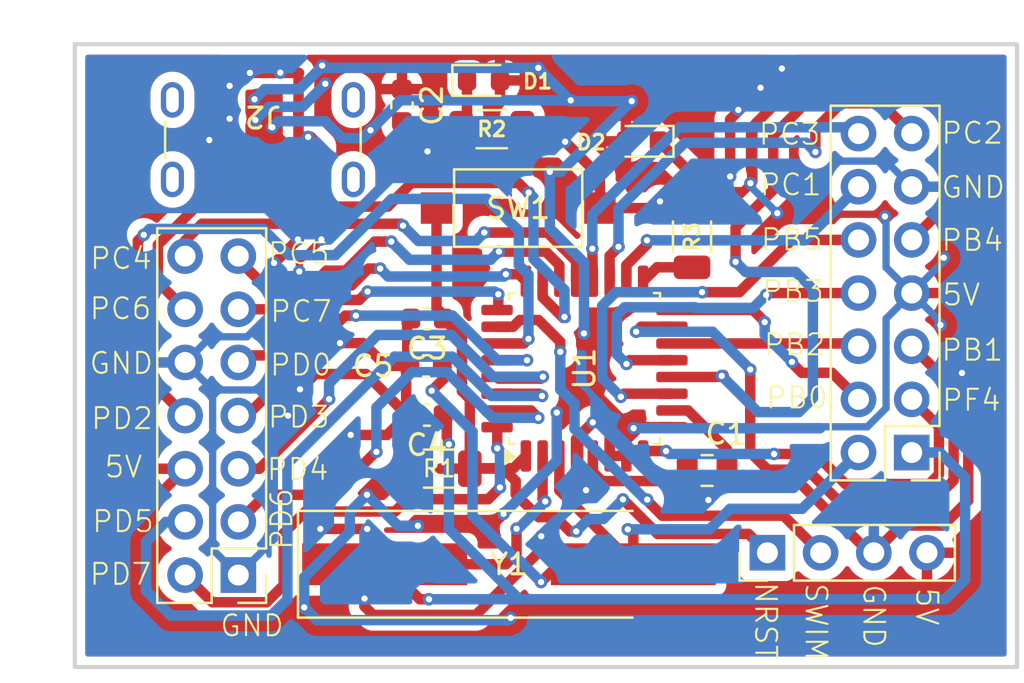
<source format=kicad_pcb>
(kicad_pcb (version 20240108) (generator "pcbnew") (generator_version "8.0")
  (layers (0 "F.Cu" signal) (31 "B.Cu" signal) (34 "B.Paste" user) (35 "F.Paste" user) (36 "B.SilkS" user "B.Silkscreen") (37 "F.SilkS" user "F.Silkscreen") (38 "B.Mask" user) (39 "F.Mask" user) (44 "Edge.Cuts" user))
  (net 0 "")
  (net 1 "GND")
  (net 2 "Net-(U1-VCAP)")
  (net 3 "+5V")
  (net 4 "/nrst")
  (net 5 "/XTALA")
  (net 6 "/XTALB")
  (net 7 "Net-(D1-K)")
  (net 8 "Net-(D2-K)")
  (net 9 "/swim")
  (net 16 "/PB1")
  (net 17 "/PC3")
  (net 18 "/PF4")
  (net 19 "/PC1")
  (net 20 "/PB4")
  (net 21 "/PC2")
  (net 22 "/PB5")
  (net 23 "/PB2")
  (net 24 "/PB3")
  (net 25 "/PB0")
  (net 26 "/PC4")
  (net 27 "/PD4")
  (net 28 "/PD2")
  (net 29 "/PD0")
  (net 30 "/PC5")
  (net 31 "/PD5")
  (net 32 "/PD7")
  (net 33 "/PD3")
  (net 34 "/PC6")
  (net 35 "/PC7")
  (net 36 "/PD6")
  (net 37 "/PE5")
  (footprint "Capacitor_SMD:C_0603_1608Metric" (layer "F.Cu") (at 146.08 119.56 -90)
    (property "Reference" "C2")
    (property "Value" "18pF")
  )
  (footprint "Resistor_SMD:R_1206_3216Metric" (layer "F.Cu") (at 147.8575 136.92)
    (property "Reference" "R1" (hide yes))
    (property "Value" "4.7k")
  )
  (footprint "Capacitor_SMD:C_0603_1608Metric" (layer "F.Cu") (at 147.27 134.36 180)
    (property "Reference" "C4")
    (property "Value" "18pF")
  )
  (footprint "Crystal:Crystal_SMD_HC49-SD_HandSoldering" (layer "F.Cu") (at 151.19 141.49)
    (property "Reference" "Y1")
    (property "Value" "12Mhz")
  )
  (footprint "Capacitor_SMD:C_0603_1608Metric" (layer "F.Cu") (at 147.23 132.01 180)
    (property "Reference" "C5")
    (property "Value" "18pF")
  )
  (footprint "Resistor_SMD:R_1206_3216Metric" (layer "F.Cu") (at 159.93 125.8375 -90)
    (property "Reference" "R3")
    (property "Value" "499")
  )
  (footprint "Package_QFP:LQFP-32_7x7mm_P0.8mm" (layer "F.Cu") (at 154.795 132.14 90)
    (property "Reference" "U1")
    (property "Value" "~")
  )
  (footprint "LED_SMD:LED_0603_1608Metric" (layer "F.Cu") (at 157.56 121.28 180)
    (property "Reference" "D2")
    (property "Value" "LED")
  )
  (footprint "Capacitor_SMD:C_0603_1608Metric" (layer "F.Cu") (at 147.28 129.75 180)
    (property "Reference" "C3")
    (property "Value" "18pF")
  )
  (footprint "Connector_PinHeader_2.54mm:PinHeader_2x07_P2.54mm_Vertical" (layer "F.Cu") (at 138.265 142.005 180)
    (property "Reference" "J4" (hide yes))
    (property "Value" "Conn_01x14_Pin")
  )
  (footprint "LED_SMD:LED_0603_1608Metric" (layer "F.Cu") (at 149.9725 118.37)
    (property "Reference" "D1")
    (property "Value" "LED")
  )
  (footprint "Connector_PinHeader_2.54mm:PinHeader_2x07_P2.54mm_Vertical" (layer "F.Cu") (at 170.42 136.15 180)
    (property "Reference" "J3" (hide yes))
    (property "Value" "Conn_01x14_Pin")
  )
  (footprint "Resistor_SMD:R_1206_3216Metric" (layer "F.Cu") (at 150.37 120.7)
    (property "Reference" "R2")
    (property "Value" "499")
  )
  (footprint "Button_Switch_SMD:SW_SPST_CK_RS282G05A3" (layer "F.Cu") (at 151.63 124.47)
    (property "Reference" "SW1")
    (property "Value" "Reset")
  )
  (footprint "Connector_USB:USB_C_Receptacle_GCT_USB4125-xx-x_6P_TopMnt_Horizontal" (layer "F.Cu") (at 139.44 120.1 180)
    (property "Reference" "J2")
    (property "Value" "USB_C_Receptacle_PowerOnly_6P")
  )
  (footprint "Connector_PinHeader_2.54mm:PinHeader_1x04_P2.54mm_Vertical" (layer "F.Cu") (at 163.53 140.94 90)
    (property "Reference" "J1" (hide yes))
    (property "Value" "Conn_01x04_Pin")
  )
  (footprint "Capacitor_SMD:C_0805_2012Metric" (layer "F.Cu") (at 160.65 137.01)
    (property "Reference" "C1")
    (property "Value" "1uF")
  )
  (gr_rect (start 130.46 116.64) (end 175.45 146.4) (stroke (width 0.2)) (fill none) (layer "Edge.Cuts"))
  (gr_text "PC6" (at 131.1 129.86 0) (layer "F.SilkS") (effects (font (size 1 1) (thickness 0.1)) (justify left bottom)))
  (gr_text "GND" (at 131.09 132.47 0) (layer "F.SilkS") (effects (font (size 1 1) (thickness 0.1)) (justify left bottom)))
  (gr_text "PD3" (at 139.61 135.04 0) (layer "F.SilkS") (effects (font (size 1 1) (thickness 0.1)) (justify left bottom)))
  (gr_text "PD7" (at 131.1 142.55 0) (layer "F.SilkS") (effects (font (size 1 1) (thickness 0.1)) (justify left bottom)))
  (gr_text "PB0" (at 163.39 134.12 0) (layer "F.SilkS") (effects (font (size 1 1) (thickness 0.1)) (justify left bottom)))
  (gr_text "PD5" (at 131.22 140.03 0) (layer "F.SilkS") (effects (font (size 1 1) (thickness 0.1)) (justify left bottom)))
  (gr_text "PC2" (at 171.77 121.47 0) (layer "F.SilkS") (effects (font (size 1 1) (thickness 0.1)) (justify left bottom)))
  (gr_text "GND" (at 168.03 142.37 -90) (layer "F.SilkS") (effects (font (size 1 1) (thickness 0.1)) (justify left bottom)))
  (gr_text "PD2" (at 131.17 135.11 0) (layer "F.SilkS") (effects (font (size 1 1) (thickness 0.1)) (justify left bottom)))
  (gr_text "5V" (at 170.56 142.54 -90) (layer "F.SilkS") (effects (font (size 1 1) (thickness 0.1)) (justify left bottom)))
  (gr_text "PB1" (at 171.77 131.84 0) (layer "F.SilkS") (effects (font (size 1 1) (thickness 0.1)) (justify left bottom)))
  (gr_text "5V" (at 171.82 129.2 0) (layer "F.SilkS") (effects (font (size 1 1) (thickness 0.1)) (justify left bottom)))
  (gr_text "PC3" (at 163.05 121.52 0) (layer "F.SilkS") (effects (font (size 1 1) (thickness 0.1)) (justify left bottom)))
  (gr_text "5V" (at 131.81 137.42 0) (layer "F.SilkS") (effects (font (size 1 1) (thickness 0.1)) (justify left bottom)))
  (gr_text "PC7" (at 139.72 129.99 0) (layer "F.SilkS") (effects (font (size 1 1) (thickness 0.1)) (justify left bottom)))
  (gr_text "PD0" (at 139.71 132.55 0) (layer "F.SilkS") (effects (font (size 1 1) (thickness 0.1)) (justify left bottom)))
  (gr_text "PF4" (at 171.8 134.23 0) (layer "F.SilkS") (effects (font (size 1 1) (thickness 0.1)) (justify left bottom)))
  (gr_text "GND" (at 137.33 145.01 0) (layer "F.SilkS") (effects (font (size 1 1) (thickness 0.1)) (justify left bottom)))
  (gr_text "PB4" (at 171.77 126.59 0) (layer "F.SilkS") (effects (font (size 1 1) (thickness 0.1)) (justify left bottom)))
  (gr_text "PB2" (at 163.29 131.58 0) (layer "F.SilkS") (effects (font (size 1 1) (thickness 0.1)) (justify left bottom)))
  (gr_text "GND" (at 171.77 124.06 0) (layer "F.SilkS") (effects (font (size 1 1) (thickness 0.1)) (justify left bottom)))
  (gr_text "PC4" (at 131.12 127.46 0) (layer "F.SilkS") (effects (font (size 1 1) (thickness 0.1)) (justify left bottom)))
  (gr_text "PB3" (at 163.21 129.03 0) (layer "F.SilkS") (effects (font (size 1 1) (thickness 0.1)) (justify left bottom)))
  (gr_text "NRST" (at 162.865 142.27 -90) (layer "F.SilkS") (effects (font (size 1 1) (thickness 0.1)) (justify left bottom)))
  (gr_text "PD4" (at 139.56 137.54 0) (layer "F.SilkS") (effects (font (size 1 1) (thickness 0.1)) (justify left bottom)))
  (gr_text "PD6" (at 140.92 140.87 90) (layer "F.SilkS") (effects (font (size 1 1) (thickness 0.1)) (justify left bottom)))
  (gr_text "PC5" (at 139.61 127.23 0) (layer "F.SilkS") (effects (font (size 1 1) (thickness 0.1)) (justify left bottom)))
  (gr_text "SWIM" (at 165.27 142.32 -90) (layer "F.SilkS") (effects (font (size 1 1) (thickness 0.1)) (justify left bottom)))
  (gr_text "PB5" (at 163.15 126.56 0) (layer "F.SilkS") (effects (font (size 1 1) (thickness 0.1)) (justify left bottom)))
  (gr_text "PC1" (at 163.1 123.94 0) (layer "F.SilkS") (effects (font (size 1 1) (thickness 0.1)) (justify left bottom)))
  (segment (start 141.18 127.04) (end 142.23 125.99) (width 0.35) (layer "F.Cu") (net 1))
  (segment (start 154.87 137.95) (end 154.88 137.95) (width 0.5) (layer "F.Cu") (net 1))
  (segment (start 161.6 136.003362) (end 161.6 137.01) (width 0.5) (layer "F.Cu") (net 1))
  (segment (start 141.18 127.5) (end 141.18 127.04) (width 0.35) (layer "F.Cu") (net 1))
  (segment (start 162.14 119.78) (end 162.2 119.78) (width 0.5) (layer "F.Cu") (net 1))
  (segment (start 158.090622 124.47) (end 158.390622 124.17) (width 0.5) (layer "F.Cu") (net 1))
  (segment (start 137.85 118.63) (end 137.85 120.2) (width 0.5) (layer "F.Cu") (net 1))
  (segment (start 138.82 118.01) (end 137.87 118.01) (width 0.5) (layer "F.Cu") (net 1))
  (segment (start 140.26 118.01) (end 138.82 118.01) (width 0.5) (layer "F.Cu") (net 1))
  (segment (start 147.31 121.77) (end 147.31 121.79) (width 0.5) (layer "F.Cu") (net 1))
  (segment (start 146.33 129.75) (end 146.33 131.96) (width 0.5) (layer "F.Cu") (net 1))
  (segment (start 155.53 124.47) (end 156.55 124.47) (width 0.5) (layer "F.Cu") (net 1))
  (segment (start 145.31 132.01) (end 146.28 132.01) (width 0.5) (layer "F.Cu") (net 1))
  (segment (start 145.37 135.31) (end 146.32 134.36) (width 0.5) (layer "F.Cu") (net 1))
  (segment (start 155.53 122.96) (end 153.87 121.3) (width 0.5) (layer "F.Cu") (net 1))
  (segment (start 141.14 119.96) (end 141.13 119.95) (width 0.5) (layer "F.Cu") (net 1))
  (segment (start 141.14 118.63) (end 141.14 118.03) (width 0.5) (layer "F.Cu") (net 1))
  (segment (start 137.87 118.01) (end 137.84 118.04) (width 0.5) (layer "F.Cu") (net 1))
  (segment (start 144.22 130.92) (end 145.31 132.01) (width 0.5) (layer "F.Cu") (net 1))
  (segment (start 152.4325 121.3) (end 153.87 121.3) (width 0.5) (layer "F.Cu") (net 1))
  (segment (start 155.53 124.47) (end 155.53 122.96) (width 0.5) (layer "F.Cu") (net 1))
  (segment (start 142.18 139.8) (end 142.16 139.8) (width 0.5) (layer "F.Cu") (net 1))
  (segment (start 144.29 143.5) (end 144.31 143.52) (width 0.5) (layer "F.Cu") (net 1))
  (segment (start 149.609949 143.91) (end 144.7 143.91) (width 0.5) (layer "F.Cu") (net 1))
  (segment (start 141.1 118.67) (end 141.14 118.63) (width 0.5) (layer "F.Cu") (net 1))
  (segment (start 136.68 121.47) (end 136.68 121.77) (width 0.5) (layer "F.Cu") (net 1))
  (segment (start 141.16 118.01) (end 140.28 118.01) (width 0.5) (layer "F.Cu") (net 1))
  (segment (start 151.8325 120.7) (end 152.4325 121.3) (width 0.5) (layer "F.Cu") (net 1))
  (segment (start 161.6 137.01) (end 160.74 137.87) (width 0.5) (layer "F.Cu") (net 1))
  (segment (start 164.22 117.8) (end 164.22 117.76) (width 0.5) (layer "F.Cu") (net 1))
  (segment (start 141.21 133.13) (end 141.21 133.82) (width 0.35) (layer "F.Cu") (net 1))
  (segment (start 173.12 132.65) (end 173.12 138.44) (width 0.5) (layer "F.Cu") (net 1))
  (segment (start 136.88 121.22) (end 136.88 121.27) (width 0.5) (layer "F.Cu") (net 1))
  (segment (start 161.75 122.96) (end 161.75 120.23) (width 0.5) (layer "F.Cu") (net 1))
  (segment (start 159.736638 134.14) (end 161.6 136.003362) (width 0.5) (layer "F.Cu") (net 1))
  (segment (start 158.390622 124.17) (end 158.4 124.15) (width 0.5) (layer "F.Cu") (net 1))
  (segment (start 137.84 118.04) (end 137.85 118.05) (width 0.5) (layer "F.Cu") (net 1))
  (segment (start 137.85 120.2) (end 137.85 121.06) (width 0.5) (layer "F.Cu") (net 1))
  (segment (start 171.92 139.64) (end 169.91 139.64) (width 0.5) (layer "F.Cu") (net 1))
  (segment (start 137.09 121.06) (end 136.93 121.22) (width 0.5) (layer "F.Cu") (net 1))
  (segment (start 141.59 121.06) (end 141.14 121.06) (width 0.5) (layer "F.Cu") (net 1))
  (segment (start 136.93 121.22) (end 136.88 121.22) (width 0.5) (layer "F.Cu") (net 1))
  (segment (start 154.495 137.565) (end 154.87 137.94) (width 0.5) (layer "F.Cu") (net 1))
  (segment (start 142.16 139.8) (end 142.15 139.79) (width 0.5) (layer "F.Cu") (net 1))
  (segment (start 153.87 121.3) (end 153.92 121.3) (width 0.5) (layer "F.Cu") (net 1))
  (segment (start 141.14 118.03) (end 141.16 118.01) (width 0.5) (layer "F.Cu") (net 1))
  (segment (start 162.2 119.78) (end 163.2 118.78) (width 0.5) (layer "F.Cu") (net 1))
  (segment (start 142.23 125.97) (end 142.25 125.97) (width 0.35) (layer "F.Cu") (net 1))
  (segment (start 141.61 121.06) (end 141.6 121.07) (width 0.5) (layer "F.Cu") (net 1))
  (segment (start 141.72 121.06) (end 141.61 121.06) (width 0.5) (layer "F.Cu") (net 1))
  (segment (start 144.42 139.8) (end 142.18 139.8) (width 0.5) (layer "F.Cu") (net 1))
  (segment (start 144.7 143.91) (end 144.31 143.52) (width 0.5) (layer "F.Cu") (net 1))
  (segment (start 162.14 119.84) (end 162.14 119.78) (width 0.5) (layer "F.Cu") (net 1))
  (segment (start 146.32 134.36) (end 144.35995 132.39995) (width 0.5) (layer "F.Cu") (net 1))
  (segment (start 142.23 125.99) (end 142.23 125.97) (width 0.35) (layer "F.Cu") (net 1))
  (segment (start 140.28 118.01) (end 140.27 118) (width 0.5) (layer "F.Cu") (net 1))
  (segment (start 155.19 134.71) (end 154.495 135.405) (width 0.5) (layer "F.Cu") (net 1))
  (segment (start 156.55 124.47) (end 158.090622 124.47) (width 0.5) (layer "F.Cu") (net 1))
  (segment (start 161.6 137.01) (end 162.26 137.67) (width 0.5) (layer "F.Cu") (net 1))
  (segment (start 137.85 118.05) (end 137.85 118.63) (width 0.5) (layer "F.Cu") (net 1))
  (segment (start 158.97 134.14) (end 159.736638 134.14) (width 0.5) (layer "F.Cu") (net 1))
  (segment (start 146.08 120.51) (end 147.31 121.74) (width 0.5) (layer "F.Cu") (net 1))
  (segment (start 143.63 135.31) (end 145.37 135.31) (width 0.5) (layer "F.Cu") (net 1))
  (segment (start 146.33 131.96) (end 146.28 132.01) (width 0.5) (layer "F.Cu") (net 1))
  (segment (start 154.87 137.94) (end 154.87 137.95) (width 0.5) (layer "F.Cu") (net 1))
  (segment (start 154.395 135.505) (end 154.395 136.315) (width 0.5) (layer "F.Cu") (net 1))
  (segment (start 144.35995 132.39995) (end 141.94005 132.39995) (width 0.5) (layer "F.Cu") (net 1))
  (segment (start 142.19 121.53) (end 141.72 121.06) (width 0.5) (layer "F.Cu") (net 1))
  (segment (start 158.4 124.15) (end 158.41 124.17) (width 0.5) (layer "F.Cu") (net 1))
  (segment (start 173.12 138.44) (end 171.92 139.64) (width 0.5) (layer "F.Cu") (net 1))
  (segment (start 165.14005 137.67) (end 168.41005 140.94) (width 0.5) (layer "F.Cu") (net 1))
  (segment (start 152.73 140.15) (end 152.73 140.789949) (width 0.5) (layer "F.Cu") (net 1))
  (segment (start 160.71 138.42) (end 160.74 138.42) (width 0.5) (layer "F.Cu") (net 1))
  (segment (start 147.31 121.74) (end 147.31 121.75) (width 0.5) (layer "F.Cu") (net 1))
  (segment (start 142.19 123.18) (end 142.19 121.53) (width 0.5) (layer "F.Cu") (net 1))
  (segment (start 169.91 139.64) (end 168.61 140.94) (width 0.5) (layer "F.Cu") (net 1))
  (segment (start 136.68 121.77) (end 136.69 121.78) (width 0.5) (layer "F.Cu") (net 1))
  (segment (start 163.2 118.78) (end 163.2 118.72) (width 0.5) (layer "F.Cu") (net 1))
  (segment (start 146.28 132.01) (end 146.28 134.32) (width 0.5) (layer "F.Cu") (net 1))
  (segment (start 162.26 137.67) (end 165.14005 137.67) (width 0.5) (layer "F.Cu") (net 1))
  (segment (start 143.12 130.92) (end 144.22 130.92) (width 0.5) (layer "F.Cu") (net 1))
  (segment (start 172.82 132.35) (end 173.12 132.65) (width 0.5) (layer "F.Cu") (net 1))
  (segment (start 141.14 121.06) (end 141.14 119.96) (width 0.5) (layer "F.Cu") (net 1))
  (segment (start 168.41005 140.94) (end 168.61 140.94) (width 0.5) (layer "F.Cu") (net 1))
  (segment (start 164.18 117.8) (end 164.22 117.8) (width 0.5) (layer "F.Cu") (net 1))
  (segment (start 141.14 118.71) (end 141.1 118.67) (width 0.5) (layer "F.Cu") (net 1))
  (segment (start 136.69 121.78) (end 136.69 123.18) (width 0.5) (layer "F.Cu") (net 1))
  (segment (start 155.19 134.71) (end 154.395 135.505) (width 0.5) (layer "F.Cu") (net 1))
  (segment (start 141.6 121.07) (end 141.59 121.06) (width 0.5) (layer "F.Cu") (net 1))
  (segment (start 154.88 137.95) (end 154.9 137.97) (width 0.5) (layer "F.Cu") (net 1))
  (segment (start 147.31 121.75) (end 147.3 121.76) (width 0.5) (layer "F.Cu") (net 1))
  (segment (start 163.2 118.72) (end 163.26 118.72) (width 0.5) (layer "F.Cu") (net 1))
  (segment (start 144.31 143.52) (end 144.31 143.15) (width 0.5) (layer "F.Cu") (net 1))
  (segment (start 164.22 117.76) (end 164.17 117.81) (width 0.5) (layer "F.Cu") (net 1))
  (segment (start 147.3 121.76) (end 147.31 121.77) (width 0.5) (layer "F.Cu") (net 1))
  (segment (start 141.14 119.94) (end 141.14 118.71) (width 0.5) (layer "F.Cu") (net 1))
  (segment (start 139.97 127.09) (end 139.99 127.09) (width 0.5) (layer "F.Cu") (net 1))
  (segment (start 161.75 120.23) (end 162.14 119.84) (width 0.5) (layer "F.Cu") (net 1))
  (segment (start 140.27 118) (end 140.26 118.01) (width 0.5) (layer "F.Cu") (net 1))
  (segment (start 152.73 140.789949) (end 149.609949 143.91) (width 0.5) (layer "F.Cu") (net 1))
  (segment (start 141.21 133.82) (end 140.64 134.39) (width 0.35) (layer "F.Cu") (net 1))
  (segment (start 141.13 119.95) (end 141.14 119.94) (width 0.5) (layer "F.Cu") (net 1))
  (segment (start 160.74 137.87) (end 160.71 138.42) (width 0.5) (layer "F.Cu") (net 1))
  (segment (start 144.29 143.13) (end 144.29 143.5) (width 0.5) (layer "F.Cu") (net 1))
  (segment (start 154.495 135.405) (end 154.495 137.565) (width 0.5) (layer "F.Cu") (net 1))
  (segment (start 163.26 118.72) (end 164.18 117.8) (width 0.5) (layer "F.Cu") (net 1))
  (segment (start 146.28 134.32) (end 146.32 134.36) (width 0.5) (layer "F.Cu") (net 1))
  (segment (start 136.88 121.27) (end 136.68 121.47) (width 0.5) (layer "F.Cu") (net 1))
  (segment (start 141.94005 132.39995) (end 141.21 133.13) (width 0.5) (layer "F.Cu") (net 1))
  (segment (start 144.31 143.15) (end 144.29 143.13) (width 0.5) (layer "F.Cu") (net 1))
  (segment (start 139.99 127.09) (end 141.11 125.97) (width 0.5) (layer "F.Cu") (net 1))
  (segment (start 142.25 125.97) (end 142.27 125.95) (width 0.35) (layer "F.Cu") (net 1))
  (segment (start 137.85 121.06) (end 137.09 121.06) (width 0.5) (layer "F.Cu") (net 1))
  (via (at 136.88 121.22) (size 0.6) (drill 0.3) (layers "F.Cu" "B.Cu") (net 1))
  (via (at 140.64 134.39) (size 0.6) (drill 0.3) (layers "F.Cu" "B.Cu") (net 1))
  (via (at 162.14 119.78) (size 0.6) (drill 0.3) (layers "F.Cu" "B.Cu") (net 1))
  (via (at 137.85 118.63) (size 0.6) (drill 0.3) (layers "F.Cu" "B.Cu") (net 1))
  (via (at 138.82 118.01) (size 0.6) (drill 0.3) (layers "F.Cu" "B.Cu") (net 1))
  (via (at 160.71 138.42) (size 0.6) (drill 0.3) (layers "F.Cu" "B.Cu") (net 1))
  (via (at 161.75 122.96) (size 0.6) (drill 0.3) (layers "F.Cu" "B.Cu") (net 1))
  (via (at 137.85 120.2) (size 0.6) (drill 0.3) (layers "F.Cu" "B.Cu") (net 1))
  (via (at 141.11 125.97) (size 0.6) (drill 0.3) (layers "F.Cu" "B.Cu") (net 1))
  (via (at 142.23 125.97) (size 0.6) (drill 0.3) (layers "F.Cu" "B.Cu") (net 1))
  (via (at 164.22 117.8) (size 0.6) (drill 0.3) (layers "F.Cu" "B.Cu") (net 1))
  (via (at 142.18 139.8) (size 0.6) (drill 0.3) (layers "F.Cu" "B.Cu") (net 1))
  (via (at 158.4 124.15) (size 0.6) (drill 0.3) (layers "F.Cu" "B.Cu") (net 1))
  (via (at 153.87 121.3) (size 0.6) (drill 0.3) (layers "F.Cu" "B.Cu") (net 1))
  (via (at 143.12 130.92) (size 0.6) (drill 0.3) (layers "F.Cu" "B.Cu") (net 1))
  (via (at 144.29 143.13) (size 0.6) (drill 0.3) (layers "F.Cu" "B.Cu") (net 1))
  (via (at 140.27 118) (size 0.6) (drill 0.3) (layers "F.Cu" "B.Cu") (net 1))
  (via (at 144.42 139.8) (size 0.6) (drill 0.3) (layers "F.Cu" "B.Cu") (net 1))
  (via (at 141.18 127.5) (size 0.6) (drill 0.3) (layers "F.Cu" "B.Cu") (net 1))
  (via (at 141.6 121.07) (size 0.6) (drill 0.3) (layers "F.Cu" "B.Cu") (net 1))
  (via (at 143.63 135.31) (size 0.6) (drill 0.3) (layers "F.Cu" "B.Cu") (net 1))
  (via (at 152.73 140.15) (size 0.6) (drill 0.3) (layers "F.Cu" "B.Cu") (net 1))
  (via (at 154.87 137.95) (size 0.6) (drill 0.3) (layers "F.Cu" "B.Cu") (net 1))
  (via (at 163.2 118.72) (size 0.6) (drill 0.3) (layers "F.Cu" "B.Cu") (net 1))
  (via (at 172.82 132.35) (size 0.6) (drill 0.3) (layers "F.Cu" "B.Cu") (net 1))
  (via (at 147.3 121.76) (size 0.6) (drill 0.3) (layers "F.Cu" "B.Cu") (net 1))
  (via (at 141.21 133.13) (size 0.6) (drill 0.3) (layers "F.Cu" "B.Cu") (net 1))
  (via (at 139.97 127.09) (size 0.6) (drill 0.3) (layers "F.Cu" "B.Cu") (net 1))
  (via (at 155.19 134.71) (size 0.6) (drill 0.3) (layers "F.Cu" "B.Cu") (net 1))
  (segment (start 161.74 122.96) (end 161.75 122.96) (width 0.5) (layer "B.Cu") (net 1))
  (segment (start 144.42 139.8) (end 144.45 139.8) (width 0.5) (layer "B.Cu") (net 1))
  (segment (start 142.18 139.8) (end 142.18 136.79) (width 0.5) (layer "B.Cu") (net 1))
  (segment (start 140.64 134.36) (end 140.58 134.42) (width 0.35) (layer "B.Cu") (net 1))
  (segment (start 135.725 131.845) (end 137.04 133.16) (width 0.35) (layer "B.Cu") (net 1))
  (segment (start 139.985 140.285) (end 139.985 135.015) (width 0.35) (layer "B.Cu") (net 1))
  (segment (start 159.44 138.42) (end 160.71 138.42) (width 0.5) (layer "B.Cu") (net 1))
  (segment (start 140.64 134.39) (end 140.64 134.36) (width 0.35) (layer "B.Cu") (net 1))
  (segment (start 142.18 136.79) (end 143.63 135.34) (width 0.5) (layer "B.Cu") (net 1))
  (segment (start 152.73 140.15) (end 152.73 140.16) (width 0.5) (layer "B.Cu") (net 1))
  (segment (start 141.13 133.16) (end 141.16 133.13) (width 0.35) (layer "B.Cu") (net 1))
  (segment (start 140.36 128.942412) (end 140.36 127.48) (width 0.35) (layer "B.Cu") (net 1))
  (segment (start 138.265 142.005) (end 139.985 140.285) (width 0.35) (layer "B.Cu") (net 1))
  (segment (start 146.814214 121.76) (end 142.604214 125.97) (width 0.5) (layer "B.Cu") (net 1))
  (segment (start 169.195 122.225) (end 166.835 122.225) (width 0.35) (layer "B.Cu") (net 1))
  (segment (start 142.604214 125.97) (end 142.23 125.97) (width 0.5) (layer "B.Cu") (net 1))
  (segment (start 147.3 121.76) (end 147.76 121.3) (width 0.5) (layer "B.Cu") (net 1))
  (segment (start 141.21 127.57) (end 141.18 127.54) (width 0.35) (layer "B.Cu") (net 1))
  (segment (start 154.87 137.95) (end 154.87 138.02) (width 0.5) (layer "B.Cu") (net 1))
  (segment (start 137.04 140.78) (end 137.04 133.16) (width 0.35) (layer "B.Cu") (net 1))
  (segment (start 147.3 121.76) (end 146.814214 121.76) (width 0.5) (layer "B.Cu") (net 1))
  (segment (start 155.73 134.71) (end 159.44 138.42) (width 0.5) (layer "B.Cu") (net 1))
  (segment (start 152.74 140.15) (end 152.73 140.15) (width 0.5) (layer "B.Cu") (net 1))
  (segment (start 138.682412 130.62) (end 140.36 128.942412) (width 0.35) (layer "B.Cu") (net 1))
  (segment (start 141.18 127.5) (end 141.14 127.5) (width 0.35) (layer "B.Cu") (net 1))
  (segment (start 141.21 133.13) (end 141.21 133.08) (width 0.35) (layer "B.Cu") (net 1))
  (segment (start 144.45 139.8) (end 144.43 139.82) (width 0.5) (layer "B.Cu") (net 1))
  (segment (start 141.6 121.07) (end 141.6 124.08) (width 0.5) (layer "B.Cu") (net 1))
  (segment (start 173.18 131.99) (end 173.18 123.12) (width 0.5) (layer "B.Cu") (net 1))
  (segment (start 141.21 133.08) (end 141.17 133.12) (width 0.35) (layer "B.Cu") (net 1))
  (segment (start 160.55 124.15) (end 161.74 122.96) (width 0.5) (layer "B.Cu") (net 1))
  (segment (start 140.61 134.39) (end 140.64 134.39) (width 0.35) (layer "B.Cu") (net 1))
  (segment (start 161.75 122.95) (end 161.74 122.96) (width 0.5) (layer "B.Cu") (net 1))
  (segment (start 138.265 142.005) (end 137.04 140.78) (width 0.35) (layer "B.Cu") (net 1))
  (segment (start 136.88 121.74) (end 136.88 121.22) (width 0.5) (layer "B.Cu") (net 1))
  (segment (start 158.4 124.15) (end 160.55 124.15) (width 0.5) (layer "B.Cu") (net 1))
  (segment (start 140.36 127.48) (end 139.97 127.09) (width 0.5) (layer "B.Cu") (net 1))
  (segment (start 144.29 143.13) (end 144.29 139.96) (width 0.5) (layer "B.Cu") (net 1))
  (segment (start 143.63 135.34) (end 143.63 135.31) (width 0.5) (layer "B.Cu") (net 1))
  (segment (start 161.75 122.96) (end 161.75 122.95) (width 0.5) (layer "B.Cu") (net 1))
  (segment (start 170.42 123.45) (end 169.195 122.225) (width 0.35) (layer "B.Cu") (net 1))
  (segment (start 139.985 135.015) (end 140.61 134.39) (width 0.35) (layer "B.Cu") (net 1))
  (segment (start 154.87 138.02) (end 152.74 140.15) (width 0.5) (layer "B.Cu") (net 1))
  (segment (start 141.11 125.97) (end 136.88 121.74) (width 0.5) (layer "B.Cu") (net 1))
  (segment (start 173.18 123.12) (end 172.5 122.44) (width 0.5) (layer "B.Cu") (net 1))
  (segment (start 135.725 131.845) (end 136.95 130.62) (width 0.35) (layer "B.Cu") (net 1))
  (segment (start 144.29 139.96) (end 144.42 139.83) (width 0.5) (layer "B.Cu") (net 1))
  (segment (start 141.18 127.54) (end 141.18 127.5) (width 0.35) (layer "B.Cu") (net 1))
  (segment (start 141.14 127.5) (end 141.13 127.49) (width 0.35) (layer "B.Cu") (net 1))
  (segment (start 141.6 124.08) (end 142.23 124.71) (width 0.5) (layer "B.Cu") (net 1))
  (segment (start 141.21 133.13) (end 141.21 127.57) (width 0.5) (layer "B.Cu") (net 1))
  (segment (start 142.23 124.71) (end 142.23 125.97) (width 0.5) (layer "B.Cu") (net 1))
  (segment (start 137.04 133.16) (end 141.13 133.16) (width 0.35) (layer "B.Cu") (net 1))
  (segment (start 141.11 125.97) (end 141.14 125.94) (width 0.5) (layer "B.Cu") (net 1))
  (segment (start 136.95 130.62) (end 138.682412 130.62) (width 0.35) (layer "B.Cu") (net 1))
  (segment (start 152.73 140.16) (end 152.74 140.15) (width 0.5) (layer "B.Cu") (net 1))
  (segment (start 172.82 132.35) (end 173.18 131.99) (width 0.5) (layer "B.Cu") (net 1))
  (segment (start 166.835 122.225) (end 165.77 123.29) (width 0.35) (layer "B.Cu") (net 1))
  (segment (start 147.76 121.3) (end 153.87 121.3) (width 0.5) (layer "B.Cu") (net 1))
  (segment (start 141.16 133.13) (end 141.21 133.13) (width 0.35) (layer "B.Cu") (net 1))
  (segment (start 144.42 139.83) (end 144.42 139.8) (width 0.5) (layer "B.Cu") (net 1))
  (segment (start 155.19 134.71) (end 155.73 134.71) (width 0.5) (layer "B.Cu") (net 1))
  (segment (start 143.66 135.31) (end 143.63 135.34) (width 0.5) (layer "B.Cu") (net 1))
  (segment (start 143.63 135.31) (end 143.66 135.31) (width 0.5) (layer "B.Cu") (net 1))
  (segment (start 155.195 136.315) (end 155.195 137.081638) (width 0.5) (layer "F.Cu") (net 2))
  (segment (start 155.195 137.081638) (end 155.628362 137.515) (width 0.5) (layer "F.Cu") (net 2))
  (segment (start 159.195 137.515) (end 159.7 137.01) (width 0.5) (layer "F.Cu") (net 2))
  (segment (start 155.628362 137.515) (end 159.195 137.515) (width 0.5) (layer "F.Cu") (net 2))
  (segment (start 150.36 139.65) (end 146.84 139.65) (width 0.5) (layer "F.Cu") (net 3))
  (segment (start 160.63 122.815) (end 160.63 122.32) (width 0.35) (layer "F.Cu") (net 3))
  (segment (start 155.995 135.085) (end 156.14 134.94) (width 0.5) (layer "F.Cu") (net 3))
  (segment (start 157.854318 119.36) (end 160.63 122.135682) (width 0.5) (layer "F.Cu") (net 3))
  (segment (start 164.01 124.71) (end 164 124.71) (width 0.35) (layer "F.Cu") (net 3))
  (segment (start 164.065 124.765) (end 164.01 124.71) (width 0.35) (layer "F.Cu") (net 3))
  (segment (start 146.395 136.92) (end 145.135 138.18) (width 0.5) (layer "F.Cu") (net 3))
  (segment (start 141.41 143.55) (end 140.8 144.16) (width 0.5) (layer "F.Cu") (net 3))
  (segment (start 137.92 122.12522) (end 138.57261 121.47261) (width 0.5) (layer "F.Cu") (net 3))
  (segment (start 155.299339 133.32) (end 156.969339 134.99) (width 0.5) (layer "F.Cu") (net 3))
  (segment (start 164 124.71) (end 164 124.7) (width 0.35) (layer "F.Cu") (net 3))
  (segment (start 140.750025 121.659975) (end 140.575025 121.484975) (width 0.5) (layer "F.Cu") (net 3))
  (segment (start 156.795 136.315) (end 156.795 135.548362) (width 0.5) (layer "F.Cu") (net 3))
  (segment (start 144.41 138.17) (end 144.42 138.18) (width 0.5) (layer "F.Cu") (net 3))
  (segment (start 157.19 134.94) (end 157.403362 134.94) (width 0.5) (layer "F.Cu") (net 3))
  (segment (start 140.8 144.16) (end 135.43 144.16) (width 0.5) (layer "F.Cu") (net 3))
  (segment (start 161.45 123.635) (end 160.63 122.815) (width 0.35) (layer "F.Cu") (net 3))
  (segment (start 137.92 123.18) (end 137.92 122.12522) (width 0.5) (layer "F.Cu") (net 3))
  (segment (start 155.995 136.315) (end 155.995 135.085) (width 0.5) (layer "F.Cu") (net 3))
  (segment (start 144.44 138.18) (end 144.41 138.17) (width 0.5) (layer "F.Cu") (net 3))
  (segment (start 139.04 121.00522) (end 139.04 120.3) (width 0.5) (layer "F.Cu") (net 3))
  (segment (start 139.04 119.27) (end 139.04 119.29) (width 0.5) (layer "F.Cu") (net 3))
  (segment (start 135.43 144.16) (end 134.02 142.75) (width 0.5) (layer "F.Cu") (net 3))
  (segment (start 153.47 134.24) (end 154.39 133.32) (width 0.5) (layer "F.Cu") (net 3))
  (segment (start 154.39 133.32) (end 155.299339 133.32) (width 0.5) (layer "F.Cu") (net 3))
  (segment (start 140.96 121.869949) (end 140.750025 121.659975) (width 0.5) (layer "F.Cu") (net 3))
  (segment (start 139.08 120.26) (end 139.04 120.22) (width 0.5) (layer "F.Cu") (net 3))
  (segment (start 164 124.7) (end 164.01 124.71) (width 0.35) (layer "F.Cu") (net 3))
  (segment (start 157.14 134.99) (end 157.19 134.94) (width 0.5) (layer "F.Cu") (net 3))
  (segment (start 156.969339 134.99) (end 157.14 134.99) (width 0.5) (layer "F.Cu") (net 3))
  (segment (start 157.403362 134.94) (end 158.97 134.94) (width 0.5) (layer "F.Cu") (net 3))
  (segment (start 156.14 134.94) (end 157.09 134.94) (width 0.5) (layer "F.Cu") (net 3))
  (segment (start 139.04 120.22) (end 139.04 119.27) (width 0.5) (layer "F.Cu") (net 3))
  (segment (start 144.42 138.18) (end 144.43 138.18) (width 0.5) (layer "F.Cu") (net 3))
  (segment (start 139.89 120.61) (end 139.95 120.62) (width 0.5) (layer "F.Cu") (net 3))
  (segment (start 134.02 142.75) (end 134.02 138.63) (width 0.5) (layer "F.Cu") (net 3))
  (segment (start 156.795 135.548362) (end 157.403362 134.94) (width 0.5) (layer "F.Cu") (net 3))
  (segment (start 140.575025 121.484975) (end 138.584975 121.484975) (width 0.5) (layer "F.Cu") (net 3))
  (segment (start 150.93 139.08) (end 150.36 139.65) (width 0.5) (layer "F.Cu") (net 3))
  (segment (start 138.584975 121.484975) (end 138.57261 121.47261) (width 0.5) (layer "F.Cu") (net 3))
  (segment (start 157.09 134.94) (end 157.14 134.99) (width 0.5) (layer "F.Cu") (net 3))
  (segment (start 139.95 120.859949) (end 139.89 120.61) (width 0.5) (layer "F.Cu") (net 3))
  (segment (start 138.57261 121.47261) (end 139.04 121.00522) (width 0.5) (layer "F.Cu") (net 3))
  (segment (start 169.14 124.87) (end 169.035 124.765) (width 0.35) (layer "F.Cu") (net 3))
  (segment (start 160.63 122.32) (end 160.63 122.34) (width 0.35) (layer "F.Cu") (net 3))
  (segment (start 169.035 124.765) (end 164.065 124.765) (width 0.35) (layer "F.Cu") (net 3))
  (segment (start 145.135 138.18) (end 144.44 138.18) (width 0.5) (layer "F.Cu") (net 3))
  (segment (start 160.63 122.135682) (end 160.63 122.32) (width 0.5) (layer "F.Cu") (net 3))
  (segment (start 139.04 120.3) (end 139.08 120.26) (width 0.5) (layer "F.Cu") (net 3))
  (segment (start 140.96 123.18) (end 140.96 121.869949) (width 0.5) (layer "F.Cu") (net 3))
  (segment (start 146.84 139.65) (end 146.85 139.65) (width 0.5) (layer "F.Cu") (net 3))
  (segment (start 162.72 123.28) (end 162.365 123.635) (width 0.35) (layer "F.Cu") (net 3))
  (segment (start 157.05 119.36) (end 157.854318 119.36) (width 0.5) (layer "F.Cu") (net 3))
  (segment (start 134.02 138.63) (end 135.725 136.925) (width 0.5) (layer "F.Cu") (net 3))
  (segment (start 162.365 123.635) (end 161.45 123.635) (width 0.35) (layer "F.Cu") (net 3))
  (segment (start 156.919339 134.94) (end 157.403362 134.94) (width 0.5) (layer "F.Cu") (net 3))
  (segment (start 140.750025 121.659975) (end 139.95 120.859949) (width 0.5) (layer "F.Cu") (net 3))
  (via (at 151.27 144.05) (size 0.6) (drill 0.3) (layers "F.Cu" "B.Cu") (net 3))
  (via (at 153.14 122.74) (size 0.6) (drill 0.3) (layers "F.Cu" "B.Cu") (net 3))
  (via (at 144.41 138.17) (size 0.6) (drill 0.3) (layers "F.Cu" "B.Cu") (net 3))
  (via (at 162.72 123.28) (size 0.6) (drill 0.3) (layers "F.Cu" "B.Cu") (net 3))
  (via (at 150.93 139.08) (size 0.6) (drill 0.3) (layers "F.Cu" "B.Cu") (net 3))
  (via (at 142.42 118.53) (size 0.6) (drill 0.3) (layers "F.Cu" "B.Cu") (net 3))
  (via (at 164 124.71) (size 0.6) (drill 0.3) (layers "F.Cu" "B.Cu") (net 3))
  (via (at 157.14 134.99) (size 0.6) (drill 0.3) (layers "F.Cu" "B.Cu") (net 3))
  (via (at 139.89 120.61) (size 0.6) (drill 0.3) (layers "F.Cu" "B.Cu") (net 3))
  (via (at 139.08 120.26) (size 0.6) (drill 0.3) (layers "F.Cu" "B.Cu") (net 3))
  (via (at 153.47 134.24) (size 0.6) (drill 0.3) (layers "F.Cu" "B.Cu") (net 3))
  (via (at 146.84 139.65) (size 0.6) (drill 0.3) (layers "F.Cu" "B.Cu") (net 3))
  (via (at 142.27 117.66) (size 0.6) (drill 0.3) (layers "F.Cu" "B.Cu") (net 3))
  (via (at 144.58 120.75) (size 0.6) (drill 0.3) (layers "F.Cu" "B.Cu") (net 3))
  (via (at 169.14 124.87) (size 0.6) (drill 0.3) (layers "F.Cu" "B.Cu") (net 3))
  (via (at 171.95 126.84) (size 0.6) (drill 0.3) (layers "F.Cu" "B.Cu") (net 3))
  (via (at 152.59 117.77) (size 0.6) (drill 0.3) (layers "F.Cu" "B.Cu") (net 3))
  (via (at 139.04 119.27) (size 0.6) (drill 0.3) (layers "F.Cu" "B.Cu") (net 3))
  (via (at 171.79 130.06) (size 0.6) (drill 0.3) (layers "F.Cu" "B.Cu") (net 3))
  (via (at 157.05 119.36) (size 0.6) (drill 0.3) (layers "F.Cu" "B.Cu") (net 3))
  (via (at 154.14 119.32) (size 0.6) (drill 0.3) (layers "F.Cu" "B.Cu") (net 3))
  (via (at 154.77 130.46) (size 0.6) (drill 0.3) (layers "F.Cu" "B.Cu") (net 3))
  (via (at 141.41 143.55) (size 0.6) (drill 0.3) (layers "F.Cu" "B.Cu") (net 3))
  (segment (start 152.56 117.77) (end 152.56 117.77) (width 0.5) (layer "B.Cu") (net 3))
  (segment (start 141.33 119.63) (end 142.42 118.54) (width 0.5) (layer "B.Cu") (net 3))
  (segment (start 153.14 122.74) (end 153.14 122.73) (width 0.5) (layer "B.Cu") (net 3))
  (segment (start 169.14 124.89) (end 169.14 124.87) (width 0.35) (layer "B.Cu") (net 3))
  (segment (start 152.59 117.77) (end 142.38 117.77) (width 0.5) (layer "B.Cu") (net 3))
  (segment (start 153.47 136.54) (end 153.47 134.24) (width 0.5) (layer "B.Cu") (net 3))
  (segment (start 142.02 144.16) (end 141.41 143.55) (width 0.5) (layer "B.Cu") (net 3))
  (segment (start 171.79 130.06) (end 171.82 130.09) (width 0.35) (layer "B.Cu") (net 3))
  (segment (start 162.75 123.31) (end 162.72 123.28) (width 0.35) (layer "B.Cu") (net 3))
  (segment (start 151.27 144.05) (end 151.16 144.16) (width 0.5) (layer "B.Cu") (net 3))
  (segment (start 146.01 119.32) (end 144.58 120.75) (width 0.5) (layer "B.Cu") (net 3))
  (segment (start 154.14 119.32) (end 146.01 119.32) (width 0.5) (layer "B.Cu") (net 3))
  (segment (start 141.41 142.12) (end 143.59 139.94) (width 0.5) (layer "B.Cu") (net 3))
  (segment (start 171.93 126.86) (end 171.95 126.84) (width 0.35) (layer "B.Cu") (net 3))
  (segment (start 169.195 124.945) (end 169.14 124.89) (width 0.35) (layer "B.Cu") (net 3))
  (segment (start 154.11 119.32) (end 152.59 117.8) (width 0.5) (layer "B.Cu") (net 3))
  (segment (start 154.77 127.070661) (end 153.14 125.440661) (width 0.5) (layer "B.Cu") (net 3))
  (segment (start 139.71 119.63) (end 141.33 119.63) (width 0.5) (layer "B.Cu") (net 3))
  (segment (start 166.12 134.92) (end 166.05 134.99) (width 0.35) (layer "B.Cu") (net 3))
  (segment (start 162.72 123.28) (end 162.75 123.25) (width 0.35) (layer "B.Cu") (net 3))
  (segment (start 157.14 134.99) (end 166.05 134.99) (width 0.5) (layer "B.Cu") (net 3))
  (segment (start 171.93 126.82) (end 171.93 126.72) (width 0.35) (layer "B.Cu") (net 3))
  (segment (start 157.03 119.36) (end 157.05 119.36) (width 0.5) (layer "B.Cu") (net 3))
  (segment (start 142.27 117.7) (end 142.27 117.66) (width 0.5) (layer "B.Cu") (net 3))
  (segment (start 141.39 143.54) (end 141.41 143.55) (width 0.5) (layer "B.Cu") (net 3))
  (segment (start 170.42 128.53) (end 169.195 127.305) (width 0.35) (layer "B.Cu") (net 3))
  (segment (start 142.41 120.32) (end 143.22 121.13) (width 0.5) (layer "B.Cu") (net 3))
  (segment (start 142.42 118.54) (end 142.42 118.53) (width 0.5) (layer "B.Cu") (net 3))
  (segment (start 141.41 143.55) (end 141.41 142.12) (width 0.5) (layer "B.Cu") (net 3))
  (segment (start 142.38 117.77) (end 142.27 117.66) (width 0.5) (layer "B.Cu") (net 3))
  (segment (start 142.43 118.53) (end 142.43 118.53) (width 0.5) (layer "B.Cu") (net 3))
  (segment (start 169.12 124.87) (end 169.12 124.87) (width 0.35) (layer "B.Cu") (net 3))
  (segment (start 142.42 118.53) (end 142.43 118.53) (width 0.5) (layer "B.Cu") (net 3))
  (segment (start 171.82 129.93) (end 171.79 130.06) (width 0.35) (layer "B.Cu") (net 3))
  (segment (start 144.58 120.75) (end 144.2 121.13) (width 0.5) (layer "B.Cu") (net 3))
  (segment (start 169.195 129.755) (end 169.195 134.027412) (width 0.35) (layer "B.Cu") (net 3))
  (segment (start 157.05 119.36) (end 157.05 119.34) (width 0.5) (layer "B.Cu") (net 3))
  (segment (start 139.89 120.61) (end 140.18 120.32) (width 0.5) (layer "B.Cu") (net 3))
  (segment (start 143.59 138.99) (end 144.41 138.17) (width 0.5) (layer "B.Cu") (net 3))
  (segment (start 146.84 139.65) (end 145.89 139.65) (width 0.5) (layer "B.Cu") (net 3))
  (segment (start 170.42 128.53) (end 171.82 129.93) (width 0.35) (layer "B.Cu") (net 3))
  (segment (start 154.77 130.46) (end 154.77 127.070661) (width 0.5) (layer "B.Cu") (net 3))
  (segment (start 154.14 119.35) (end 154.14 119.32) (width 0.5) (layer "B.Cu") (net 3))
  (segment (start 153.14 125.440661) (end 153.14 122.74) (width 0.5) (layer "B.Cu") (net 3))
  (segment (start 154.14 119.32) (end 154.11 119.32) (width 0.5) (layer "B.Cu") (net 3))
  (segment (start 170.42 128.53) (end 171.93 127.02) (width 0.35) (layer "B.Cu") (net 3))
  (segment (start 139.04 119.27) (end 139.52 118.79) (width 0.5) (layer "B.Cu") (net 3))
  (segment (start 168.302412 134.92) (end 166.12 134.92) (width 0.35) (layer "B.Cu") (net 3))
  (segment (start 150.93 139.08) (end 153.47 136.54) (width 0.5) (layer "B.Cu") (net 3))
  (segment (start 144.2 121.13) (end 143.22 121.13) (width 0.5) (layer "B.Cu") (net 3))
  (segment (start 154.15 119.36) (end 154.14 119.35) (width 0.5) (layer "B.Cu") (net 3))
  (segment (start 153.14 122.74) (end 153.65 122.74) (width 0.5) (layer "B.Cu") (net 3))
  (segment (start 145.89 139.65) (end 144.41 138.17) (width 0.5) (layer "B.Cu") (net 3))
  (segment (start 157.05 119.34) (end 157.02 119.37) (width 0.5) (layer "B.Cu") (net 3))
  (segment (start 152.59 117.8) (end 152.59 117.77) (width 0.5) (layer "B.Cu") (net 3))
  (segment (start 169.195 134.027412) (end 168.302412 134.92) (width 0.35) (layer "B.Cu") (net 3))
  (segment (start 142.27 117.66) (end 142.31 117.66) (width 0.5) (layer "B.Cu") (net 3))
  (segment (start 153.65 122.74) (end 157.03 119.36) (width 0.5) (layer "B.Cu") (net 3))
  (segment (start 162.75 123.25) (end 162.75 123.21) (width 0.35) (layer "B.Cu") (net 3))
  (segment (start 171.93 127.02) (end 171.93 126.86) (width 0.35) (layer "B.Cu") (net 3))
  (segment (start 162.75 123.46) (end 162.75 123.31) (width 0.35) (layer "B.Cu") (net 3))
  (segment (start 139.08 120.26) (end 139.71 119.63) (width 0.5) (layer "B.Cu") (net 3))
  (segment (start 141.18 118.79) (end 142.27 117.7) (width 0.5) (layer "B.Cu") (net 3))
  (segment (start 143.59 139.94) (end 143.59 138.99) (width 0.5) (layer "B.Cu") (net 3))
  (segment (start 170.42 128.53) (end 169.195 129.755) (width 0.35) (layer "B.Cu") (net 3))
  (segment (start 142.31 117.66) (end 142.32 117.65) (width 0.5) (layer "B.Cu") (net 3))
  (segment (start 140.18 120.32) (end 142.41 120.32) (width 0.5) (layer "B.Cu") (net 3))
  (segment (start 164 124.71) (end 162.75 123.46) (width 0.35) (layer "B.Cu") (net 3))
  (segment (start 139.52 118.79) (end 141.18 118.79) (width 0.5) (layer "B.Cu") (net 3))
  (segment (start 171.95 126.84) (end 171.93 126.82) (width 0.35) (layer "B.Cu") (net 3))
  (segment (start 157.05 119.36) (end 154.15 119.36) (width 0.5) (layer "B.Cu") (net 3))
  (segment (start 171.82 130.09) (end 171.81 130.1) (width 0.35) (layer "B.Cu") (net 3))
  (segment (start 151.16 144.16) (end 142.02 144.16) (width 0.5) (layer "B.Cu") (net 3))
  (segment (start 169.195 127.305) (end 169.195 124.945) (width 0.35) (layer "B.Cu") (net 3))
  (segment (start 169.14 124.87) (end 169.12 124.87) (width 0.35) (layer "B.Cu") (net 3))
  (segment (start 151.41 136.9) (end 149.34 136.9) (width 0.5) (layer "F.Cu") (net 4))
  (segment (start 151.995 136.315) (end 151.41 136.9) (width 0.5) (layer "F.Cu") (net 4))
  (segment (start 154.1 139.92) (end 153.42 139.24) (width 0.5) (layer "F.Cu") (net 4))
  (segment (start 148.055 129.75) (end 148.945 130.64) (width 0.5) (layer "F.Cu") (net 4))
  (segment (start 149.34 136.9) (end 149.32 136.92) (width 0.5) (layer "F.Cu") (net 4))
  (segment (start 148.945 133.215) (end 149.32 133.59) (width 0.5) (layer "F.Cu") (net 4))
  (segment (start 163.53 140.94) (end 162.63 140.04) (width 0.5) (layer "F.Cu") (net 4))
  (segment (start 147.89 136.92) (end 149.32 136.92) (width 0.5) (layer "F.Cu") (net 4))
  (segment (start 147.73 129.25) (end 148.23 129.75) (width 0.5) (layer "F.Cu") (net 4))
  (segment (start 153.42 139.24) (end 152.609339 139.24) (width 0.5) (layer "F.Cu") (net 4))
  (segment (start 150.920661 136.92) (end 149.32 136.92) (width 0.5) (layer "F.Cu") (net 4))
  (segment (start 149.32 133.59) (end 149.32 136.92) (width 0.5) (layer "F.Cu") (net 4))
  (segment (start 147.73 124.47) (end 147.73 129.25) (width 0.5) (layer "F.Cu") (net 4))
  (segment (start 162.63 140.04) (end 158.29 140.04) (width 0.5) (layer "F.Cu") (net 4))
  (segment (start 151.51 137.509339) (end 150.920661 136.92) (width 0.5) (layer "F.Cu") (net 4))
  (segment (start 156.63 138.38) (end 156.65 138.4) (width 0.5) (layer "F.Cu") (net 4))
  (segment (start 151.51 138.140661) (end 151.51 137.509339) (width 0.5) (layer "F.Cu") (net 4))
  (segment (start 158.29 140.04) (end 156.64 138.39) (width 0.5) (layer "F.Cu") (net 4))
  (segment (start 156.64 138.39) (end 156.63 138.39) (width 0.5) (layer "F.Cu") (net 4))
  (segment (start 152.609339 139.24) (end 151.51 138.140661) (width 0.5) (layer "F.Cu") (net 4))
  (segment (start 156.63 138.39) (end 156.63 138.38) (width 0.5) (layer "F.Cu") (net 4))
  (segment (start 154.4 139.92) (end 154.1 139.92) (width 0.5) (layer "F.Cu") (net 4))
  (segment (start 148.945 130.64) (end 148.945 133.215) (width 0.5) (layer "F.Cu") (net 4))
  (via (at 156.63 138.39) (size 0.6) (drill 0.3) (layers "F.Cu" "B.Cu") (net 4))
  (via (at 154.4 139.92) (size 0.6) (drill 0.3) (layers "F.Cu" "B.Cu") (net 4))
  (segment (start 155.69 139.33) (end 156.63 138.39) (width 0.5) (layer "B.Cu") (net 4))
  (segment (start 154.99 139.33) (end 155.69 139.33) (width 0.5) (layer "B.Cu") (net 4))
  (segment (start 154.4 139.92) (end 154.99 139.33) (width 0.5) (layer "B.Cu") (net 4))
  (segment (start 148.22 134.36) (end 148.22 135.62) (width 0.5) (layer "F.Cu") (net 5))
  (segment (start 148.22 135.62) (end 148.32 135.72) (width 0.5) (layer "F.Cu") (net 5))
  (segment (start 151.55 139.79) (end 151.55 140.98) (width 0.5) (layer "F.Cu") (net 5))
  (segment (start 151.55 140.98) (end 151.04 141.49) (width 0.5) (layer "F.Cu") (net 5))
  (segment (start 151.04 141.49) (end 145.2525 141.49) (width 0.5) (layer "F.Cu") (net 5))
  (segment (start 148.32 135.76) (end 148.36 135.76) (width 0.5) (layer "F.Cu") (net 5))
  (segment (start 146.9225 143.16) (end 145.2525 141.49) (width 0.5) (layer "F.Cu") (net 5))
  (segment (start 152.92 138.49) (end 152.795 138.365) (width 0.5) (layer "F.Cu") (net 5))
  (segment (start 148.36 135.76) (end 148.33 135.73) (width 0.5) (layer "F.Cu") (net 5))
  (segment (start 148.32 135.72) (end 148.32 135.76) (width 0.5) (layer "F.Cu") (net 5))
  (segment (start 147.37 143.16) (end 146.9225 143.16) (width 0.5) (layer "F.Cu") (net 5))
  (segment (start 152.795 138.365) (end 152.795 136.315) (width 0.5) (layer "F.Cu") (net 5))
  (via (at 147.37 143.16) (size 0.6) (drill 0.3) (layers "F.Cu" "B.Cu") (net 5))
  (via (at 148.32 135.76) (size 0.6) (drill 0.3) (layers "F.Cu" "B.Cu") (net 5))
  (via (at 151.55 139.79) (size 0.6) (drill 0.3) (layers "F.Cu" "B.Cu") (net 5))
  (via (at 152.92 138.49) (size 0.6) (drill 0.3) (layers "F.Cu" "B.Cu") (net 5))
  (segment (start 152.92 138.5) (end 152.92 138.49) (width 0.5) (layer "B.Cu") (net 5))
  (segment (start 152.93 138.49) (end 152.88 138.54) (width 0.5) (layer "B.Cu") (net 5))
  (segment (start 172.03 143.16) (end 151.68 143.16) (width 0.5) (layer "B.Cu") (net 5))
  (segment (start 151.63 139.79) (end 152.92 138.5) (width 0.5) (layer "B.Cu") (net 5))
  (segment (start 147.37 143.19) (end 147.39 143.17) (width 0.5) (layer "B.Cu") (net 5))
  (segment (start 148.32 139.8) (end 151.68 143.16) (width 0.5) (layer "B.Cu") (net 5))
  (segment (start 151.68 143.16) (end 147.37 143.16) (width 0.5) (layer "B.Cu") (net 5))
  (segment (start 171.77 136.15) (end 172.97 137.35) (width 0.5) (layer "B.Cu") (net 5))
  (segment (start 147.37 143.16) (end 147.37 143.19) (width 0.5) (layer "B.Cu") (net 5))
  (segment (start 151.55 139.79) (end 151.63 139.79) (width 0.5) (layer "B.Cu") (net 5))
  (segment (start 152.92 138.49) (end 152.93 138.49) (width 0.5) (layer "B.Cu") (net 5))
  (segment (start 170.42 136.15) (end 171.77 136.15) (width 0.5) (layer "B.Cu") (net 5))
  (segment (start 172.97 137.35) (end 172.97 142.22) (width 0.5) (layer "B.Cu") (net 5))
  (segment (start 148.32 135.76) (end 148.32 139.8) (width 0.5) (layer "B.Cu") (net 5))
  (segment (start 172.97 142.22) (end 172.03 143.16) (width 0.5) (layer "B.Cu") (net 5))
  (segment (start 147.5 133.2) (end 148.18 132.52) (width 0.5) (layer "F.Cu") (net 6))
  (segment (start 156.8075 141.17) (end 157.1275 141.49) (width 0.5) (layer "F.Cu") (net 6))
  (segment (start 156.86 139.82) (end 156.86 139.79) (width 0.5) (layer "F.Cu") (net 6))
  (segment (start 148.18 132.52) (end 148.18 132.01) (width 0.5) (layer "F.Cu") (net 6))
  (segment (start 153.89 141.17) (end 156.8075 141.17) (width 0.5) (layer "F.Cu") (net 6))
  (segment (start 156.89 139.82) (end 156.86 139.82) (width 0.5) (layer "F.Cu") (net 6))
  (segment (start 153.595 137.9575) (end 153.595 136.315) (width 0.5) (layer "F.Cu") (net 6))
  (segment (start 152.72 142.34) (end 153.89 141.17) (width 0.5) (layer "F.Cu") (net 6))
  (segment (start 157.1275 140.0575) (end 156.89 139.82) (width 0.5) (layer "F.Cu") (net 6))
  (segment (start 156.86 139.79) (end 156.91 139.84) (width 0.5) (layer "F.Cu") (net 6))
  (segment (start 157.1275 141.49) (end 157.1275 140.0575) (width 0.5) (layer "F.Cu") (net 6))
  (segment (start 157.1275 141.49) (end 153.595 137.9575) (width 0.5) (layer "F.Cu") (net 6))
  (via (at 147.5 133.2) (size 0.6) (drill 0.3) (layers "F.Cu" "B.Cu") (net 6))
  (via (at 152.72 142.34) (size 0.6) (drill 0.3) (layers "F.Cu" "B.Cu") (net 6))
  (via (at 156.86 139.82) (size 0.6) (drill 0.3) (layers "F.Cu" "B.Cu") (net 6))
  (segment (start 147.5 133.2) (end 149.45 135.15) (width 0.5) (layer "B.Cu") (net 6))
  (segment (start 161.75 138.84) (end 165.19 138.84) (width 0.5) (layer "B.Cu") (net 6))
  (segment (start 160.77 139.82) (end 161.75 138.84) (width 0.5) (layer "B.Cu") (net 6))
  (segment (start 156.86 139.82) (end 160.77 139.82) (width 0.5) (layer "B.Cu") (net 6))
  (segment (start 165.19 138.84) (end 167.88 136.15) (width 0.5) (layer "B.Cu") (net 6))
  (segment (start 149.45 139.17) (end 151.6 141.32) (width 0.5) (layer "B.Cu") (net 6))
  (segment (start 149.45 135.15) (end 149.45 139.17) (width 0.5) (layer "B.Cu") (net 6))
  (segment (start 151.7 141.32) (end 152.72 142.34) (width 0.5) (layer "B.Cu") (net 6))
  (segment (start 151.6 141.32) (end 151.7 141.32) (width 0.5) (layer "B.Cu") (net 6))
  (segment (start 149.185 118.37) (end 149.185 120.4225) (width 0.5) (layer "F.Cu") (net 7))
  (segment (start 149.185 120.4225) (end 148.9075 120.7) (width 0.5) (layer "F.Cu") (net 7))
  (segment (start 159.93 122.8625) (end 158.3475 121.28) (width 0.5) (layer "F.Cu") (net 8))
  (segment (start 159.93 124.375) (end 159.93 122.8625) (width 0.5) (layer "F.Cu") (net 8))
  (segment (start 153.64 130.86) (end 152.6 129.82) (width 0.5) (layer "F.Cu") (net 9))
  (segment (start 157.79 138.4) (end 157.74 138.4) (width 0.5) (layer "F.Cu") (net 9))
  (segment (start 158.51 139.17) (end 157.79 138.45) (width 0.5) (layer "F.Cu") (net 9))
  (segment (start 157.74 138.4) (end 157.77 138.43) (width 0.5) (layer "F.Cu") (net 9))
  (segment (start 157.79 138.45) (end 157.79 138.4) (width 0.5) (layer "F.Cu") (net 9))
  (segment (start 153.64 131.34) (end 153.64 130.86) (width 0.5) (layer "F.Cu") (net 9))
  (segment (start 151.386638 130.14) (end 150.62 130.14) (width 0.5) (layer "F.Cu") (net 9))
  (segment (start 166.07 140.94) (end 164.3 139.17) (width 0.5) (layer "F.Cu") (net 9))
  (segment (start 151.706638 129.82) (end 151.386638 130.14) (width 0.5) (layer "F.Cu") (net 9))
  (segment (start 164.3 139.17) (end 158.51 139.17) (width 0.5) (layer "F.Cu") (net 9))
  (segment (start 152.6 129.82) (end 151.706638 129.82) (width 0.5) (layer "F.Cu") (net 9))
  (via (at 157.79 138.4) (size 0.6) (drill 0.3) (layers "F.Cu" "B.Cu") (net 9))
  (via (at 153.64 131.34) (size 0.6) (drill 0.3) (layers "F.Cu" "B.Cu") (net 9))
  (segment (start 154.32 135.019339) (end 157.700661 138.4) (width 0.5) (layer "B.Cu") (net 9))
  (segment (start 157.700661 138.4) (end 157.79 138.4) (width 0.5) (layer "B.Cu") (net 9))
  (segment (start 153.64 131.34) (end 153.64 133.14) (width 0.5) (layer "B.Cu") (net 9))
  (segment (start 153.64 133.14) (end 154.32 133.82) (width 0.5) (layer "B.Cu") (net 9))
  (segment (start 154.32 133.82) (end 154.32 135.019339) (width 0.5) (layer "B.Cu") (net 9))
  (segment (start 171.52995 138.37) (end 166.83 138.37) (width 0.5) (layer "F.Cu") (net 16))
  (segment (start 172.42 137.479949) (end 171.52995 138.37) (width 0.5) (layer "F.Cu") (net 16))
  (segment (start 158.97 130.14) (end 157.5 130.14) (width 0.5) (layer "F.Cu") (net 16))
  (segment (start 157.26 130.38) (end 157.24 130.4) (width 0.5) (layer "F.Cu") (net 16))
  (segment (start 157.5 130.14) (end 157.26 130.38) (width 0.5) (layer "F.Cu") (net 16))
  (segment (start 172.42 133.07) (end 172.42 137.479949) (width 0.5) (layer "F.Cu") (net 16))
  (segment (start 166.83 138.37) (end 165.43 136.97) (width 0.5) (layer "F.Cu") (net 16))
  (segment (start 170.42 131.07) (end 172.42 133.07) (width 0.5) (layer "F.Cu") (net 16))
  (segment (start 162.71 132.18) (end 162.72 132.2) (width 0.5) (layer "F.Cu") (net 16))
  (segment (start 162.71 136.140661) (end 162.71 132.18) (width 0.5) (layer "F.Cu") (net 16))
  (segment (start 165.43 136.97) (end 163.539339 136.97) (width 0.5) (layer "F.Cu") (net 16))
  (segment (start 163.539339 136.97) (end 162.71 136.140661) (width 0.5) (layer "F.Cu") (net 16))
  (via (at 162.71 132.18) (size 0.6) (drill 0.3) (layers "F.Cu" "B.Cu") (net 16))
  (via (at 157.26 130.38) (size 0.6) (drill 0.3) (layers "F.Cu" "B.Cu") (net 16))
  (segment (start 160.91 130.38) (end 157.26 130.38) (width 0.5) (layer "B.Cu") (net 16))
  (segment (start 162.71 132.18) (end 160.91 130.38) (width 0.5) (layer "B.Cu") (net 16))
  (segment (start 155.195 126.385) (end 155.17 126.36) (width 0.5) (layer "F.Cu") (net 17))
  (segment (start 155.195 127.965) (end 155.17 126.41) (width 0.5) (layer "F.Cu") (net 17))
  (segment (start 155.17 126.41) (end 155.195 126.385) (width 0.5) (layer "F.Cu") (net 17))
  (via (at 155.17 126.41) (size 0.6) (drill 0.3) (layers "F.Cu" "B.Cu") (net 17))
  (segment (start 167.58 120.61) (end 167.88 120.91) (width 0.5) (layer "B.Cu") (net 17))
  (segment (start 155.17 124.769339) (end 159.329339 120.61) (width 0.5) (layer "B.Cu") (net 17))
  (segment (start 155.17 126.41) (end 155.17 124.769339) (width 0.5) (layer "B.Cu") (net 17))
  (segment (start 159.329339 120.61) (end 167.58 120.61) (width 0.5) (layer "B.Cu") (net 17))
  (segment (start 163.85 136.22) (end 165.82 136.22) (width 0.5) (layer "F.Cu") (net 18))
  (segment (start 158.69 136.08) (end 157.83 136.08) (width 0.5) (layer "F.Cu") (net 18))
  (segment (start 171.72 134.91) (end 170.42 133.61) (width 0.5) (layer "F.Cu") (net 18))
  (segment (start 171.254669 137.655331) (end 171.72 137.19) (width 0.5) (layer "F.Cu") (net 18))
  (segment (start 167.255331 137.655331) (end 171.254669 137.655331) (width 0.5) (layer "F.Cu") (net 18))
  (segment (start 171.72 137.19) (end 171.72 134.91) (width 0.5) (layer "F.Cu") (net 18))
  (segment (start 165.82 136.22) (end 167.255331 137.655331) (width 0.5) (layer "F.Cu") (net 18))
  (segment (start 157.83 136.08) (end 157.595 136.315) (width 0.5) (layer "F.Cu") (net 18))
  (via (at 158.69 136.08) (size 0.6) (drill 0.3) (layers "F.Cu" "B.Cu") (net 18))
  (via (at 163.85 136.22) (size 0.6) (drill 0.3) (layers "F.Cu" "B.Cu") (net 18))
  (segment (start 163.85 136.22) (end 158.84 136.22) (width 0.5) (layer "B.Cu") (net 18))
  (segment (start 158.7 136.08) (end 158.69 136.08) (width 0.5) (layer "B.Cu") (net 18))
  (segment (start 158.69 136.07) (end 158.68 136.06) (width 0.5) (layer "B.Cu") (net 18))
  (segment (start 158.84 136.22) (end 158.7 136.08) (width 0.5) (layer "B.Cu") (net 18))
  (segment (start 158.69 136.08) (end 158.69 136.07) (width 0.5) (layer "B.Cu") (net 18))
  (segment (start 156.795 127.198362) (end 157.78 126.213362) (width 0.5) (layer "F.Cu") (net 19))
  (segment (start 157.78 126.01) (end 157.78 125.97) (width 0.5) (layer "F.Cu") (net 19))
  (segment (start 157.78 126.213362) (end 157.78 126.01) (width 0.5) (layer "F.Cu") (net 19))
  (segment (start 156.795 127.965) (end 156.795 127.198362) (width 0.5) (layer "F.Cu") (net 19))
  (via (at 157.78 126.01) (size 0.6) (drill 0.3) (layers "F.Cu" "B.Cu") (net 19))
  (segment (start 157.78 126.01) (end 165.32 126.01) (width 0.5) (layer "B.Cu") (net 19))
  (segment (start 165.32 126.01) (end 167.88 123.45) (width 0.5) (layer "B.Cu") (net 19))
  (segment (start 170.78 118.22) (end 166.59 118.22) (width 0.5) (layer "F.Cu") (net 20))
  (segment (start 161.34 132.54) (end 161.35 132.53) (width 0.5) (layer "F.Cu") (net 20))
  (segment (start 163.81 121) (end 163.81 123.6) (width 0.5) (layer "F.Cu") (net 20))
  (segment (start 161.99 127.04) (end 162.02 127.01) (width 0.5) (layer "F.Cu") (net 20))
  (segment (start 172.73 120.17) (end 170.78 118.22) (width 0.5) (layer "F.Cu") (net 20))
  (segment (start 162.01 125.4) (end 162.01 127.04) (width 0.5) (layer "F.Cu") (net 20))
  (segment (start 161.42 132.46) (end 161.43 132.46) (width 0.5) (layer "F.Cu") (net 20))
  (segment (start 161.35 132.53) (end 161.35 132.49) (width 0.5) (layer "F.Cu") (net 20))
  (segment (start 162.01 127.04) (end 161.99 127.04) (width 0.5) (layer "F.Cu") (net 20))
  (segment (start 172.73 123.68) (end 172.73 120.17) (width 0.5) (layer "F.Cu") (net 20))
  (segment (start 161.43 132.46) (end 161.43 132.45) (width 0.5) (layer "F.Cu") (net 20))
  (segment (start 170.42 125.99) (end 172.73 123.68) (width 0.5) (layer "F.Cu") (net 20))
  (segment (start 161.39 132.49) (end 161.42 132.46) (width 0.5) (layer "F.Cu") (net 20))
  (segment (start 161.43 132.45) (end 161.43 132.45) (width 0.5) (layer "F.Cu") (net 20))
  (segment (start 163.81 123.6) (end 162.01 125.4) (width 0.5) (layer "F.Cu") (net 20))
  (segment (start 166.59 118.22) (end 163.81 121) (width 0.5) (layer "F.Cu") (net 20))
  (segment (start 158.97 132.54) (end 161.34 132.54) (width 0.5) (layer "F.Cu") (net 20))
  (segment (start 161.35 132.49) (end 161.39 132.49) (width 0.5) (layer "F.Cu") (net 20))
  (via (at 161.35 132.49) (size 0.6) (drill 0.3) (layers "F.Cu" "B.Cu") (net 20))
  (via (at 162.01 127.04) (size 0.6) (drill 0.3) (layers "F.Cu" "B.Cu") (net 20))
  (segment (start 165.03 134.22) (end 165.7 133.55) (width 0.5) (layer "B.Cu") (net 20))
  (segment (start 165.7 128.34) (end 164.88 127.52) (width 0.5) (layer "B.Cu") (net 20))
  (segment (start 163.08 134.22) (end 165.03 134.22) (width 0.5) (layer "B.Cu") (net 20))
  (segment (start 162.49 127.52) (end 162.01 127.04) (width 0.5) (layer "B.Cu") (net 20))
  (segment (start 161.35 132.49) (end 163.08 134.22) (width 0.5) (layer "B.Cu") (net 20))
  (segment (start 165.7 133.55) (end 165.7 128.34) (width 0.5) (layer "B.Cu") (net 20))
  (segment (start 164.88 127.52) (end 162.49 127.52) (width 0.5) (layer "B.Cu") (net 20))
  (segment (start 165.82 120.69) (end 167.05 119.46) (width 0.5) (layer "F.Cu") (net 21))
  (segment (start 156.42 126.32) (end 156.43 126.32) (width 0.5) (layer "F.Cu") (net 21))
  (segment (start 156.42 126.33) (end 156.42 126.32) (width 0.5) (layer "F.Cu") (net 21))
  (segment (start 167.05 119.46) (end 168.97 119.46) (width 0.5) (layer "F.Cu") (net 21))
  (segment (start 155.995 127.965) (end 155.995 126.755) (width 0.5) (layer "F.Cu") (net 21))
  (segment (start 155.995 126.755) (end 156.42 126.33) (width 0.5) (layer "F.Cu") (net 21))
  (segment (start 168.97 119.46) (end 170.42 120.91) (width 0.5) (layer "F.Cu") (net 21))
  (segment (start 156.43 126.32) (end 156.44 126.31) (width 0.5) (layer "F.Cu") (net 21))
  (segment (start 165.82 121.79) (end 165.82 120.69) (width 0.5) (layer "F.Cu") (net 21))
  (via (at 165.82 121.79) (size 0.6) (drill 0.3) (layers "F.Cu" "B.Cu") (net 21))
  (via (at 156.42 126.32) (size 0.6) (drill 0.3) (layers "F.Cu" "B.Cu") (net 21))
  (segment (start 156.42 126.32) (end 156.42 124.509289) (width 0.5) (layer "B.Cu") (net 21))
  (segment (start 165.38 121.35) (end 165.82 121.79) (width 0.5) (layer "B.Cu") (net 21))
  (segment (start 156.42 124.509289) (end 159.579289 121.35) (width 0.5) (layer "B.Cu") (net 21))
  (segment (start 159.579289 121.35) (end 165.38 121.35) (width 0.5) (layer "B.Cu") (net 21))
  (segment (start 165.82 121.78) (end 165.79 121.81) (width 0.5) (layer "B.Cu") (net 21))
  (segment (start 165.82 121.79) (end 165.82 121.78) (width 0.5) (layer "B.Cu") (net 21))
  (segment (start 156.69 133.34) (end 156.54 133.49) (width 0.5) (layer "F.Cu") (net 22))
  (segment (start 156.53 133.49) (end 156.53 133.5) (width 0.5) (layer "F.Cu") (net 22))
  (segment (start 164.69 125.99) (end 162.19 128.49) (width 0.5) (layer "F.Cu") (net 22))
  (segment (start 158.97 133.34) (end 156.69 133.34) (width 0.5) (layer "F.Cu") (net 22))
  (segment (start 164.69 125.99) (end 167.88 125.99) (width 0.5) (layer "F.Cu") (net 22))
  (segment (start 156.53 133.5) (end 156.55 133.48) (width 0.5) (layer "F.Cu") (net 22))
  (segment (start 156.54 133.49) (end 156.53 133.49) (width 0.5) (layer "F.Cu") (net 22))
  (segment (start 160.41 128.49) (end 162.19 128.49) (width 0.5) (layer "F.Cu") (net 22))
  (via (at 156.53 133.49) (size 0.6) (drill 0.3) (layers "F.Cu" "B.Cu") (net 22))
  (via (at 160.41 128.49) (size 0.6) (drill 0.3) (layers "F.Cu" "B.Cu") (net 22))
  (segment (start 160.41 128.49) (end 156.29 128.49) (width 0.5) (layer "B.Cu") (net 22))
  (segment (start 156.29 128.49) (end 155.64 129.14) (width 0.5) (layer "B.Cu") (net 22))
  (segment (start 155.64 129.14) (end 155.64 132.6) (width 0.5) (layer "B.Cu") (net 22))
  (segment (start 155.64 132.6) (end 156.53 133.49) (width 0.5) (layer "B.Cu") (net 22))
  (segment (start 158.97 130.94) (end 167.75 130.94) (width 0.5) (layer "F.Cu") (net 23))
  (segment (start 167.75 130.94) (end 167.88 131.07) (width 0.5) (layer "F.Cu") (net 23))
  (segment (start 156.77 131.92) (end 156.85 131.84) (width 0.5) (layer "F.Cu") (net 24))
  (segment (start 163.49 128.62) (end 163.47 128.62) (width 0.5) (layer "F.Cu") (net 24))
  (segment (start 163.47 128.62) (end 163.47 128.64) (width 0.5) (layer "F.Cu") (net 24))
  (segment (start 156.8 131.89) (end 156.8 131.92) (width 0.5) (layer "F.Cu") (net 24))
  (segment (start 156.95 131.74) (end 156.8 131.89) (width 0.5) (layer "F.Cu") (net 24))
  (segment (start 156.8 131.92) (end 156.77 131.92) (width 0.5) (layer "F.Cu") (net 24))
  (segment (start 158.97 131.74) (end 156.95 131.74) (width 0.5) (layer "F.Cu") (net 24))
  (segment (start 167.88 128.53) (end 163.58 128.53) (width 0.5) (layer "F.Cu") (net 24))
  (segment (start 163.58 128.53) (end 163.49 128.62) (width 0.5) (layer "F.Cu") (net 24))
  (segment (start 163.47 128.64) (end 163.49 128.62) (width 0.5) (layer "F.Cu") (net 24))
  (via (at 163.47 128.62) (size 0.6) (drill 0.3) (layers "F.Cu" "B.Cu") (net 24))
  (via (at 156.8 131.92) (size 0.6) (drill 0.3) (layers "F.Cu" "B.Cu") (net 24))
  (segment (start 156.34 129.58) (end 156.34 131.46) (width 0.5) (layer "B.Cu") (net 24))
  (segment (start 163.47 128.62) (end 162.85 129.24) (width 0.5) (layer "B.Cu") (net 24))
  (segment (start 156.71 129.21) (end 156.34 129.58) (width 0.5) (layer "B.Cu") (net 24))
  (segment (start 156.34 131.46) (end 156.8 131.92) (width 0.5) (layer "B.Cu") (net 24))
  (segment (start 160.069339 129.21) (end 156.71 129.21) (width 0.5) (layer "B.Cu") (net 24))
  (segment (start 160.099339 129.24) (end 160.069339 129.21) (width 0.5) (layer "B.Cu") (net 24))
  (segment (start 162.85 129.24) (end 160.099339 129.24) (width 0.5) (layer "B.Cu") (net 24))
  (segment (start 165.17 132.34) (end 164.7 131.87) (width 0.5) (layer "F.Cu") (net 25))
  (segment (start 163.42 129.92) (end 163.4 129.9) (width 0.5) (layer "F.Cu") (net 25))
  (segment (start 164.7 131.82) (end 164.65 131.82) (width 0.5) (layer "F.Cu") (net 25))
  (segment (start 166.61 132.34) (end 165.17 132.34) (width 0.5) (layer "F.Cu") (net 25))
  (segment (start 162.84 129.34) (end 163.4 129.9) (width 0.5) (layer "F.Cu") (net 25))
  (segment (start 163.4 129.9) (end 163.4 129.92) (width 0.5) (layer "F.Cu") (net 25))
  (segment (start 167.88 133.61) (end 166.61 132.34) (width 0.5) (layer "F.Cu") (net 25))
  (segment (start 163.4 129.92) (end 163.42 129.92) (width 0.5) (layer "F.Cu") (net 25))
  (segment (start 158.97 129.34) (end 162.84 129.34) (width 0.5) (layer "F.Cu") (net 25))
  (segment (start 164.65 131.82) (end 164.67 131.84) (width 0.5) (layer "F.Cu") (net 25))
  (segment (start 164.7 131.87) (end 164.7 131.82) (width 0.5) (layer "F.Cu") (net 25))
  (via (at 163.4 129.92) (size 0.6) (drill 0.3) (layers "F.Cu" "B.Cu") (net 25))
  (via (at 164.7 131.82) (size 0.6) (drill 0.3) (layers "F.Cu" "B.Cu") (net 25))
  (segment (start 163.4 130.52) (end 164.7 131.82) (width 0.5) (layer "B.Cu") (net 25))
  (segment (start 163.4 129.92) (end 163.4 130.52) (width 0.5) (layer "B.Cu") (net 25))
  (segment (start 150.01 125.64) (end 153.026588 125.64) (width 0.5) (layer "F.Cu") (net 26))
  (segment (start 136.53 125.22) (end 135.725 126.025) (width 0.5) (layer "F.Cu") (net 26))
  (segment (start 135.725 126.025) (end 135.725 126.765) (width 0.5) (layer "F.Cu") (net 26))
  (segment (start 146.13 125.31) (end 146.04 125.22) (width 0.5) (layer "F.Cu") (net 26))
  (segment (start 153.026588 125.64) (end 154.395 127.008412) (width 0.5) (layer "F.Cu") (net 26))
  (segment (start 146.04 125.22) (end 136.53 125.22) (width 0.5) (layer "F.Cu") (net 26))
  (segment (start 154.395 127.008412) (end 154.395 127.965) (width 0.5) (layer "F.Cu") (net 26))
  (via (at 150.01 125.64) (size 0.6) (drill 0.3) (layers "F.Cu" "B.Cu") (net 26))
  (via (at 146.13 125.31) (size 0.6) (drill 0.3) (layers "F.Cu" "B.Cu") (net 26))
  (segment (start 149.61 126.04) (end 150.01 125.64) (width 0.5) (layer "B.Cu") (net 26))
  (segment (start 150.01 125.64) (end 149.99 125.66) (width 0.5) (layer "B.Cu") (net 26))
  (segment (start 146.13 125.31) (end 146.86 126.04) (width 0.5) (layer "B.Cu") (net 26))
  (segment (start 146.86 126.04) (end 149.61 126.04) (width 0.5) (layer "B.Cu") (net 26))
  (segment (start 139.275 136.925) (end 142.6 133.6) (width 0.5) (layer "F.Cu") (net 27))
  (segment (start 150.7 132.62) (end 150.62 132.54) (width 0.5) (layer "F.Cu") (net 27))
  (segment (start 152.72 132.62) (end 150.7 132.62) (width 0.5) (layer "F.Cu") (net 27))
  (segment (start 152.81 132.53) (end 152.72 132.62) (width 0.5) (layer "F.Cu") (net 27))
  (segment (start 138.265 136.925) (end 139.275 136.925) (width 0.5) (layer "F.Cu") (net 27))
  (via (at 142.6 133.6) (size 0.6) (drill 0.3) (layers "F.Cu" "B.Cu") (net 27))
  (via (at 152.81 132.53) (size 0.6) (drill 0.3) (layers "F.Cu" "B.Cu") (net 27))
  (segment (start 152.81 132.53) (end 152.85 132.53) (width 0.5) (layer "B.Cu") (net 27))
  (segment (start 148.43005 130.53) (end 150.43005 132.53) (width 0.5) (layer "B.Cu") (net 27))
  (segment (start 144.92 130.53) (end 148.43005 130.53) (width 0.5) (layer "B.Cu") (net 27))
  (segment (start 142.6 132.85) (end 144.92 130.53) (width 0.5) (layer "B.Cu") (net 27))
  (segment (start 152.85 132.53) (end 152.84 132.54) (width 0.5) (layer "B.Cu") (net 27))
  (segment (start 142.6 133.6) (end 142.6 132.85) (width 0.5) (layer "B.Cu") (net 27))
  (segment (start 150.43005 132.53) (end 152.81 132.53) (width 0.5) (layer "B.Cu") (net 27))
  (segment (start 133.75 125.75) (end 133.47 126.03) (width 0.5) (layer "F.Cu") (net 28))
  (segment (start 152.12 130.72) (end 151.9 130.94) (width 0.5) (layer "F.Cu") (net 28))
  (segment (start 151.9 130.94) (end 150.62 130.94) (width 0.5) (layer "F.Cu") (net 28))
  (segment (start 133.47 132.13) (end 135.725 134.385) (width 0.5) (layer "F.Cu") (net 28))
  (segment (start 133.47 126.03) (end 133.47 132.13) (width 0.5) (layer "F.Cu") (net 28))
  (via (at 152.12 130.72) (size 0.6) (drill 0.3) (layers "F.Cu" "B.Cu") (net 28))
  (via (at 133.75 125.75) (size 0.6) (drill 0.3) (layers "F.Cu" "B.Cu") (net 28))
  (segment (start 142.9 126.72) (end 145.59 124.03) (width 0.5) (layer "B.Cu") (net 28))
  (segment (start 152.12 130.72) (end 152.12 130.77) (width 0.5) (layer "B.Cu") (net 28))
  (segment (start 151.66 127.189339) (end 152.12 127.649339) (width 0.5) (layer "B.Cu") (net 28))
  (segment (start 151.66 125.55) (end 151.66 127.189339) (width 0.5) (layer "B.Cu") (net 28))
  (segment (start 139.435 125.465) (end 140.69 126.72) (width 0.5) (layer "B.Cu") (net 28))
  (segment (start 152.12 130.77) (end 152.13 130.76) (width 0.5) (layer "B.Cu") (net 28))
  (segment (start 152.12 127.649339) (end 152.12 130.72) (width 0.5) (layer "B.Cu") (net 28))
  (segment (start 133.75 125.75) (end 134.035 125.465) (width 0.5) (layer "B.Cu") (net 28))
  (segment (start 150.14 124.03) (end 151.66 125.55) (width 0.5) (layer "B.Cu") (net 28))
  (segment (start 145.59 124.03) (end 150.14 124.03) (width 0.5) (layer "B.Cu") (net 28))
  (segment (start 134.035 125.465) (end 139.435 125.465) (width 0.5) (layer "B.Cu") (net 28))
  (segment (start 140.69 126.72) (end 142.9 126.72) (width 0.5) (layer "B.Cu") (net 28))
  (segment (start 150.68 129.28) (end 150.62 129.34) (width 0.5) (layer "F.Cu") (net 29))
  (segment (start 140.56 131.51) (end 141.67 130.4) (width 0.5) (layer "F.Cu") (net 29))
  (segment (start 138.265 131.845) (end 138.585 131.845) (width 0.5) (layer "F.Cu") (net 29))
  (segment (start 150.68 128.59) (end 150.68 129.28) (width 0.5) (layer "F.Cu") (net 29))
  (segment (start 144.04 128.86) (end 144.44 128.46) (width 0.5) (layer "F.Cu") (net 29))
  (segment (start 144.44 128.46) (end 144.44 128.45) (width 0.5) (layer "F.Cu") (net 29))
  (segment (start 144.44 128.45) (end 144.46 128.43) (width 0.5) (layer "F.Cu") (net 29))
  (segment (start 138.585 131.845) (end 138.92 131.51) (width 0.5) (layer "F.Cu") (net 29))
  (segment (start 141.67 130.319389) (end 143.129389 128.86) (width 0.5) (layer "F.Cu") (net 29))
  (segment (start 143.129389 128.86) (end 144.04 128.86) (width 0.5) (layer "F.Cu") (net 29))
  (segment (start 141.67 130.4) (end 141.67 130.319389) (width 0.5) (layer "F.Cu") (net 29))
  (segment (start 138.92 131.51) (end 140.56 131.51) (width 0.5) (layer "F.Cu") (net 29))
  (via (at 150.68 128.59) (size 0.6) (drill 0.3) (layers "F.Cu" "B.Cu") (net 29))
  (via (at 144.44 128.46) (size 0.6) (drill 0.3) (layers "F.Cu" "B.Cu") (net 29))
  (segment (start 150.68 128.63) (end 150.64 128.59) (width 0.5) (layer "B.Cu") (net 29))
  (segment (start 150.64 128.59) (end 150.68 128.59) (width 0.5) (layer "B.Cu") (net 29))
  (segment (start 150.51 128.46) (end 150.64 128.59) (width 0.5) (layer "B.Cu") (net 29))
  (segment (start 150.68 128.59) (end 150.68 128.63) (width 0.5) (layer "B.Cu") (net 29))
  (segment (start 144.44 128.46) (end 150.51 128.46) (width 0.5) (layer "B.Cu") (net 29))
  (segment (start 144.77939 126.07) (end 143.38939 127.46) (width 0.5) (layer "F.Cu") (net 30))
  (segment (start 152.946638 126.55) (end 153.595 127.198362) (width 0.5) (layer "F.Cu") (net 30))
  (segment (start 138.265 126.935) (end 138.265 126.765) (width 0.5) (layer "F.Cu") (net 30))
  (segment (start 145.57 126.07) (end 144.77939 126.07) (width 0.5) (layer "F.Cu") (net 30))
  (segment (start 139.83 128.5) (end 138.265 126.935) (width 0.5) (layer "F.Cu") (net 30))
  (segment (start 141.43005 128.5) (end 139.83 128.5) (width 0.5) (layer "F.Cu") (net 30))
  (segment (start 143.38939 127.46) (end 142.47005 127.46) (width 0.5) (layer "F.Cu") (net 30))
  (segment (start 142.47005 127.46) (end 141.43005 128.5) (width 0.5) (layer "F.Cu") (net 30))
  (segment (start 153.595 127.198362) (end 153.595 127.965) (width 0.5) (layer "F.Cu") (net 30))
  (segment (start 150.71 126.55) (end 152.946638 126.55) (width 0.5) (layer "F.Cu") (net 30))
  (via (at 145.57 126.07) (size 0.6) (drill 0.3) (layers "F.Cu" "B.Cu") (net 30))
  (via (at 150.71 126.55) (size 0.6) (drill 0.3) (layers "F.Cu" "B.Cu") (net 30))
  (segment (start 145.57 126.07) (end 146.44 126.94) (width 0.5) (layer "B.Cu") (net 30))
  (segment (start 150.71 126.54) (end 150.7 126.55) (width 0.5) (layer "B.Cu") (net 30))
  (segment (start 146.44 126.94) (end 150.31 126.94) (width 0.5) (layer "B.Cu") (net 30))
  (segment (start 150.31 126.94) (end 150.7 126.55) (width 0.5) (layer "B.Cu") (net 30))
  (segment (start 150.7 126.55) (end 150.71 126.55) (width 0.5) (layer "B.Cu") (net 30))
  (segment (start 150.71 126.55) (end 150.71 126.54) (width 0.5) (layer "B.Cu") (net 30))
  (segment (start 150.62 133.34) (end 152.63 133.34) (width 0.5) (layer "F.Cu") (net 31))
  (segment (start 152.74 133.45) (end 152.77 133.45) (width 0.5) (layer "F.Cu") (net 31))
  (segment (start 152.77 133.45) (end 152.77 133.48) (width 0.5) (layer "F.Cu") (net 31))
  (segment (start 152.77 133.48) (end 152.78 133.49) (width 0.5) (layer "F.Cu") (net 31))
  (segment (start 152.63 133.34) (end 152.74 133.45) (width 0.5) (layer "F.Cu") (net 31))
  (via (at 152.77 133.45) (size 0.6) (drill 0.3) (layers "F.Cu" "B.Cu") (net 31))
  (segment (start 150.3601 133.45) (end 148.4801 131.57) (width 0.5) (layer "B.Cu") (net 31))
  (segment (start 148.4801 131.57) (end 145.72 131.57) (width 0.5) (layer "B.Cu") (net 31))
  (segment (start 133.86 140.41) (end 134.805 139.465) (width 0.5) (layer "B.Cu") (net 31))
  (segment (start 134.805 139.465) (end 135.725 139.465) (width 0.5) (layer "B.Cu") (net 31))
  (segment (start 140.61 143.17) (end 139.84 143.94) (width 0.5) (layer "B.Cu") (net 31))
  (segment (start 135.04 143.94) (end 133.86 142.76) (width 0.5) (layer "B.Cu") (net 31))
  (segment (start 152.77 133.45) (end 150.3601 133.45) (width 0.5) (layer "B.Cu") (net 31))
  (segment (start 139.84 143.94) (end 135.04 143.94) (width 0.5) (layer "B.Cu") (net 31))
  (segment (start 133.86 142.76) (end 133.86 140.41) (width 0.5) (layer "B.Cu") (net 31))
  (segment (start 145.72 131.57) (end 140.61 136.68) (width 0.5) (layer "B.Cu") (net 31))
  (segment (start 140.61 136.68) (end 140.61 143.17) (width 0.5) (layer "B.Cu") (net 31))
  (segment (start 146.34 138.38) (end 150.2 138.38) (width 0.5) (layer "F.Cu") (net 32))
  (segment (start 137.025 143.305) (end 139.615 143.305) (width 0.5) (layer "F.Cu") (net 32))
  (segment (start 141.47 138.97) (end 145.75 138.97) (width 0.5) (layer "F.Cu") (net 32))
  (segment (start 150.2 138.38) (end 150.76 137.82) (width 0.5) (layer "F.Cu") (net 32))
  (segment (start 140.43 142.49) (end 140.43 140.01) (width 0.5) (layer "F.Cu") (net 32))
  (segment (start 150.63 135.95) (end 150.63 134.95) (width 0.5) (layer "F.Cu") (net 32))
  (segment (start 150.63 134.95) (end 150.62 134.94) (width 0.5) (layer "F.Cu") (net 32))
  (segment (start 150.8 137.82) (end 150.8 137.82) (width 0.5) (layer "F.Cu") (net 32))
  (segment (start 139.615 143.305) (end 140.43 142.49) (width 0.5) (layer "F.Cu") (net 32))
  (segment (start 145.75 138.97) (end 146.34 138.38) (width 0.5) (layer "F.Cu") (net 32))
  (segment (start 150.76 137.82) (end 150.8 137.82) (width 0.5) (layer "F.Cu") (net 32))
  (segment (start 135.725 142.005) (end 137.025 143.305) (width 0.5) (layer "F.Cu") (net 32))
  (segment (start 140.43 140.01) (end 141.47 138.97) (width 0.5) (layer "F.Cu") (net 32))
  (via (at 150.63 135.95) (size 0.6) (drill 0.3) (layers "F.Cu" "B.Cu") (net 32))
  (via (at 150.76 137.82) (size 0.6) (drill 0.3) (layers "F.Cu" "B.Cu") (net 32))
  (segment (start 150.63 135.95) (end 150.63 135.94) (width 0.5) (layer "B.Cu") (net 32))
  (segment (start 150.76 136.07) (end 150.64 135.95) (width 0.5) (layer "B.Cu") (net 32))
  (segment (start 150.64 135.95) (end 150.63 135.95) (width 0.5) (layer "B.Cu") (net 32))
  (segment (start 150.63 135.94) (end 150.67 135.98) (width 0.5) (layer "B.Cu") (net 32))
  (segment (start 150.76 137.82) (end 150.76 136.07) (width 0.5) (layer "B.Cu") (net 32))
  (segment (start 143.369339 129.61) (end 143.88 129.61) (width 0.5) (layer "F.Cu") (net 33))
  (segment (start 138.265 134.385) (end 138.675 134.385) (width 0.5) (layer "F.Cu") (net 33))
  (segment (start 143.88 129.61) (end 143.87 129.62) (width 0.5) (layer "F.Cu") (net 33))
  (segment (start 152.05 131.74) (end 150.62 131.74) (width 0.5) (layer "F.Cu") (net 33))
  (segment (start 142.37 130.609339) (end 143.369339 129.61) (width 0.5) (layer "F.Cu") (net 33))
  (segment (start 138.675 134.385) (end 142.37 130.69) (width 0.5) (layer "F.Cu") (net 33))
  (segment (start 142.37 130.69) (end 142.37 130.609339) (width 0.5) (layer "F.Cu") (net 33))
  (via (at 152.05 131.74) (size 0.6) (drill 0.3) (layers "F.Cu" "B.Cu") (net 33))
  (via (at 143.88 129.61) (size 0.6) (drill 0.3) (layers "F.Cu" "B.Cu") (net 33))
  (segment (start 152.05 131.74) (end 150.63 131.74) (width 0.5) (layer "B.Cu") (net 33))
  (segment (start 150.63 131.74) (end 148.5 129.61) (width 0.5) (layer "B.Cu") (net 33))
  (segment (start 148.5 129.61) (end 143.88 129.61) (width 0.5) (layer "B.Cu") (net 33))
  (segment (start 153.84 129.67) (end 153.89 129.72) (width 0.5) (layer "F.Cu") (net 34))
  (segment (start 135.725 129.305) (end 134.425 128.005) (width 0.5) (layer "F.Cu") (net 34))
  (segment (start 152.13 123.76) (end 152.12 123.75) (width 0.5) (layer "F.Cu") (net 34))
  (segment (start 146.53 123.27) (end 151.64 123.27) (width 0.5) (layer "F.Cu") (net 34))
  (segment (start 152.795 127.965) (end 152.795 128.731638) (width 0.5) (layer "F.Cu") (net 34))
  (segment (start 152.795 128.731638) (end 153.783362 129.72) (width 0.5) (layer "F.Cu") (net 34))
  (segment (start 152.13 123.73) (end 152.13 123.76) (width 0.5) (layer "F.Cu") (net 34))
  (segment (start 153.783362 129.72) (end 153.79 129.72) (width 0.5) (layer "F.Cu") (net 34))
  (segment (start 145.4 124.4) (end 146.53 123.27) (width 0.5) (layer "F.Cu") (net 34))
  (segment (start 136.251522 124.4) (end 145.4 124.4) (width 0.5) (layer "F.Cu") (net 34))
  (segment (start 134.425 126.226522) (end 136.251522 124.4) (width 0.5) (layer "F.Cu") (net 34))
  (segment (start 152.1 123.73) (end 152.13 123.73) (width 0.5) (layer "F.Cu") (net 34))
  (segment (start 134.425 128.005) (end 134.425 126.226522) (width 0.5) (layer "F.Cu") (net 34))
  (segment (start 151.64 123.27) (end 152.1 123.73) (width 0.5) (layer "F.Cu") (net 34))
  (segment (start 153.79 129.72) (end 153.84 129.67) (width 0.5) (layer "F.Cu") (net 34))
  (via (at 153.84 129.67) (size 0.6) (drill 0.3) (layers "F.Cu" "B.Cu") (net 34))
  (via (at 152.13 123.73) (size 0.6) (drill 0.3) (layers "F.Cu" "B.Cu") (net 34))
  (segment (start 152.36 126.899389) (end 153.84 128.379389) (width 0.5) (layer "B.Cu") (net 34))
  (segment (start 152.13 123.73) (end 152.36 123.96) (width 0.5) (layer "B.Cu") (net 34))
  (segment (start 152.36 123.96) (end 152.36 126.899389) (width 0.5) (layer "B.Cu") (net 34))
  (segment (start 153.84 129.67) (end 153.895 129.725) (width 0.5) (layer "B.Cu") (net 34))
  (segment (start 153.84 128.379389) (end 153.84 129.67) (width 0.5) (layer "B.Cu") (net 34))
  (segment (start 143.679339 128.16) (end 142.76 128.16) (width 0.5) (layer "F.Cu") (net 35))
  (segment (start 145.04 127.36) (end 144.479339 127.36) (width 0.5) (layer "F.Cu") (net 35))
  (segment (start 151.04 127.63) (end 151.66 127.63) (width 0.5) (layer "F.Cu") (net 35))
  (segment (start 151.66 127.63) (end 151.995 127.965) (width 0.5) (layer "F.Cu") (net 35))
  (segment (start 141.615 129.305) (end 138.265 129.305) (width 0.5) (layer "F.Cu") (net 35))
  (segment (start 142.76 128.16) (end 141.615 129.305) (width 0.5) (layer "F.Cu") (net 35))
  (segment (start 144.479339 127.36) (end 143.679339 128.16) (width 0.5) (layer "F.Cu") (net 35))
  (via (at 145.04 127.36) (size 0.6) (drill 0.3) (layers "F.Cu" "B.Cu") (net 35))
  (via (at 151.04 127.63) (size 0.6) (drill 0.3) (layers "F.Cu" "B.Cu") (net 35))
  (segment (start 145.42 127.74) (end 150.95 127.74) (width 0.5) (layer "B.Cu") (net 35))
  (segment (start 151.06 127.63) (end 151.04 127.65) (width 0.5) (layer "B.Cu") (net 35))
  (segment (start 150.95 127.74) (end 151.04 127.65) (width 0.5) (layer "B.Cu") (net 35))
  (segment (start 151.04 127.65) (end 151.04 127.63) (width 0.5) (layer "B.Cu") (net 35))
  (segment (start 145.04 127.36) (end 145.42 127.74) (width 0.5) (layer "B.Cu") (net 35))
  (segment (start 151.04 127.63) (end 151.06 127.63) (width 0.5) (layer "B.Cu") (net 35))
  (segment (start 152.59 134.49) (end 152.24 134.14) (width 0.5) (layer "F.Cu") (net 36))
  (segment (start 139.56 138.17) (end 140.76 138.17) (width 0.5) (layer "F.Cu") (net 36))
  (segment (start 142.78 138.17) (end 144.83 136.12) (width 0.5) (layer "F.Cu") (net 36))
  (segment (start 144.86 136.12) (end 144.86 136.09) (width 0.5) (layer "F.Cu") (net 36))
  (segment (start 144.86 136.09) (end 144.86 136.09) (width 0.5) (layer "F.Cu") (net 36))
  (segment (start 144.83 136.12) (end 144.86 136.12) (width 0.5) (layer "F.Cu") (net 36))
  (segment (start 152.24 134.14) (end 150.62 134.14) (width 0.5) (layer "F.Cu") (net 36))
  (segment (start 140.76 138.17) (end 142.78 138.17) (width 0.5) (layer "F.Cu") (net 36))
  (segment (start 138.265 139.465) (end 139.56 138.17) (width 0.5) (layer "F.Cu") (net 36))
  (via (at 144.86 136.12) (size 0.6) (drill 0.3) (layers "F.Cu" "B.Cu") (net 36))
  (via (at 152.59 134.49) (size 0.6) (drill 0.3) (layers "F.Cu" "B.Cu") (net 36))
  (segment (start 150.41015 134.49) (end 148.23015 132.31) (width 0.5) (layer "B.Cu") (net 36))
  (segment (start 146.55 132.31) (end 144.86 134) (width 0.5) (layer "B.Cu") (net 36))
  (segment (start 144.86 134) (end 144.86 136.12) (width 0.5) (layer "B.Cu") (net 36))
  (segment (start 152.59 134.49) (end 150.41015 134.49) (width 0.5) (layer "B.Cu") (net 36))
  (segment (start 148.23015 132.31) (end 146.55 132.31) (width 0.5) (layer "B.Cu") (net 36))
  (segment (start 158.26 127.3) (end 157.595 127.965) (width 0.5) (layer "F.Cu") (net 37))
  (segment (start 159.93 127.3) (end 158.26 127.3) (width 0.5) (layer "F.Cu") (net 37))
  (zone (net 3) (net_name "+5V") (layer "F.Cu") (connect_pads (clearance 0.5)) (min_thickness 0.25) (fill yes (thermal_gap 0.5) (thermal_bridge_width 0.5))
    (polygon (pts (xy 130.28 116.45) (xy 130.54 146.48) (xy 175.79 146.44) (xy 175.49 116.59)))
  )
  (zone (net 1) (net_name "GND") (layer "B.Cu") (priority 1) (connect_pads (clearance 0.5)) (min_thickness 0.25) (fill yes (thermal_gap 0.5) (thermal_bridge_width 0.5))
    (polygon (pts (xy 130.46 116.45) (xy 130.39 128.86) (xy 130.46 146.51) (xy 175.79 146.33) (xy 175.42 116.59)))
  )
)
</source>
